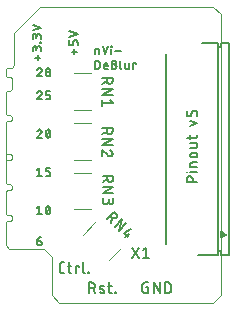
<source format=gto>
G04 EAGLE Gerber X2 export*
%TF.Part,Single*%
%TF.FileFunction,Other,silk top*%
%TF.FilePolarity,Positive*%
%TF.GenerationSoftware,Autodesk,EAGLE,9.6.2*%
%TF.CreationDate,2022-04-17T11:55:35Z*%
G75*
%MOMM*%
%FSLAX34Y34*%
%LPD*%
%INsilk top*%
%AMOC8*
5,1,8,0,0,1.08239X$1,22.5*%
G01*
%ADD10C,0.000000*%
%ADD11C,0.127000*%
%ADD12C,0.152400*%
%ADD13C,0.101600*%
%ADD14C,0.203200*%

G36*
X182625Y-30006D02*
X182625Y-30006D01*
X182633Y-30007D01*
X182684Y-29991D01*
X182891Y-29937D01*
X182924Y-29917D01*
X182954Y-29908D01*
X186954Y-27908D01*
X187036Y-27851D01*
X187123Y-27802D01*
X187153Y-27771D01*
X187188Y-27747D01*
X187251Y-27669D01*
X187321Y-27598D01*
X187341Y-27560D01*
X187368Y-27527D01*
X187407Y-27435D01*
X187454Y-27347D01*
X187463Y-27305D01*
X187480Y-27265D01*
X187492Y-27166D01*
X187513Y-27069D01*
X187510Y-27026D01*
X187515Y-26983D01*
X187500Y-26885D01*
X187492Y-26785D01*
X187477Y-26745D01*
X187471Y-26702D01*
X187428Y-26612D01*
X187394Y-26519D01*
X187368Y-26484D01*
X187350Y-26445D01*
X187284Y-26370D01*
X187225Y-26290D01*
X187194Y-26267D01*
X187163Y-26231D01*
X187030Y-26146D01*
X187023Y-26139D01*
X187009Y-26132D01*
X186954Y-26092D01*
X182954Y-24092D01*
X182946Y-24089D01*
X182939Y-24085D01*
X182811Y-24044D01*
X182684Y-24002D01*
X182676Y-24001D01*
X182668Y-23999D01*
X182533Y-23995D01*
X182400Y-23990D01*
X182392Y-23992D01*
X182384Y-23991D01*
X182254Y-24025D01*
X182124Y-24057D01*
X182117Y-24061D01*
X182109Y-24063D01*
X181994Y-24131D01*
X181877Y-24198D01*
X181872Y-24204D01*
X181864Y-24209D01*
X181772Y-24306D01*
X181680Y-24402D01*
X181676Y-24410D01*
X181670Y-24416D01*
X181609Y-24535D01*
X181546Y-24653D01*
X181544Y-24661D01*
X181540Y-24669D01*
X181532Y-24721D01*
X181487Y-24931D01*
X181490Y-24969D01*
X181485Y-25000D01*
X181485Y-29000D01*
X181486Y-29008D01*
X181485Y-29017D01*
X181506Y-29149D01*
X181525Y-29282D01*
X181528Y-29289D01*
X181529Y-29298D01*
X181586Y-29419D01*
X181641Y-29541D01*
X181646Y-29547D01*
X181650Y-29555D01*
X181738Y-29656D01*
X181825Y-29758D01*
X181832Y-29763D01*
X181837Y-29769D01*
X181950Y-29841D01*
X182061Y-29916D01*
X182069Y-29918D01*
X182076Y-29923D01*
X182205Y-29961D01*
X182332Y-30001D01*
X182341Y-30002D01*
X182349Y-30004D01*
X182483Y-30005D01*
X182616Y-30009D01*
X182625Y-30006D01*
G37*
D10*
X0Y-36000D02*
X3000Y-39000D01*
X32500Y-39000D01*
X39000Y-45500D01*
X39000Y-78000D01*
X45500Y-84500D01*
X175500Y-84500D01*
X182000Y-78000D01*
X182000Y159500D01*
X1000Y114500D02*
X0Y113500D01*
X0Y107500D01*
X0Y94000D02*
X0Y75000D01*
X1000Y74000D01*
X4000Y74000D01*
X5000Y73000D01*
X5000Y70000D02*
X4000Y69000D01*
X1000Y69000D01*
X0Y68000D01*
X5000Y70000D02*
X5000Y73000D01*
X0Y68000D02*
X0Y42500D01*
X1000Y41500D01*
X4000Y41500D01*
X5000Y40500D01*
X5000Y37500D02*
X4000Y36500D01*
X1000Y36500D01*
X0Y35500D01*
X5000Y37500D02*
X5000Y40500D01*
X0Y42000D02*
X0Y35500D01*
X0Y16500D02*
X1000Y15500D01*
X4000Y15500D01*
X5000Y14500D01*
X5000Y11500D02*
X4000Y10500D01*
X1000Y10500D01*
X0Y9500D01*
X5000Y11500D02*
X5000Y14500D01*
X0Y-16500D02*
X0Y-36000D01*
X0Y-9500D02*
X0Y9500D01*
X0Y16500D02*
X0Y35500D01*
X0Y-9500D02*
X1000Y-10500D01*
X4000Y-10500D02*
X5000Y-11500D01*
X4000Y-10500D02*
X1000Y-10500D01*
X5000Y-11500D02*
X5000Y-14500D01*
X4000Y-15500D01*
X1000Y-15500D01*
X0Y-16500D01*
X1000Y106500D02*
X0Y107500D01*
X1000Y106500D02*
X4000Y106500D01*
X5000Y105500D01*
X5000Y96000D01*
X4000Y95000D01*
X1000Y95000D01*
X0Y94000D01*
D11*
X26695Y-31935D02*
X28981Y-31935D01*
X29058Y-31937D01*
X29135Y-31943D01*
X29212Y-31953D01*
X29288Y-31966D01*
X29363Y-31984D01*
X29437Y-32005D01*
X29510Y-32030D01*
X29582Y-32059D01*
X29652Y-32091D01*
X29721Y-32126D01*
X29787Y-32166D01*
X29852Y-32208D01*
X29914Y-32254D01*
X29974Y-32303D01*
X30031Y-32354D01*
X30086Y-32409D01*
X30137Y-32466D01*
X30186Y-32526D01*
X30232Y-32588D01*
X30274Y-32653D01*
X30314Y-32719D01*
X30349Y-32788D01*
X30381Y-32858D01*
X30410Y-32930D01*
X30435Y-33003D01*
X30456Y-33077D01*
X30474Y-33152D01*
X30487Y-33228D01*
X30497Y-33305D01*
X30503Y-33382D01*
X30505Y-33459D01*
X30505Y-33840D01*
X30503Y-33925D01*
X30497Y-34011D01*
X30488Y-34096D01*
X30474Y-34180D01*
X30457Y-34264D01*
X30436Y-34347D01*
X30412Y-34429D01*
X30384Y-34509D01*
X30352Y-34589D01*
X30316Y-34667D01*
X30278Y-34743D01*
X30235Y-34817D01*
X30190Y-34889D01*
X30141Y-34960D01*
X30089Y-35028D01*
X30035Y-35093D01*
X29977Y-35156D01*
X29916Y-35217D01*
X29853Y-35275D01*
X29788Y-35329D01*
X29720Y-35381D01*
X29649Y-35430D01*
X29577Y-35475D01*
X29503Y-35518D01*
X29427Y-35556D01*
X29349Y-35592D01*
X29269Y-35624D01*
X29189Y-35652D01*
X29107Y-35676D01*
X29024Y-35697D01*
X28940Y-35714D01*
X28856Y-35728D01*
X28771Y-35737D01*
X28685Y-35743D01*
X28600Y-35745D01*
X28515Y-35743D01*
X28429Y-35737D01*
X28344Y-35728D01*
X28260Y-35714D01*
X28176Y-35697D01*
X28093Y-35676D01*
X28011Y-35652D01*
X27931Y-35624D01*
X27851Y-35592D01*
X27773Y-35556D01*
X27697Y-35518D01*
X27623Y-35475D01*
X27551Y-35430D01*
X27480Y-35381D01*
X27412Y-35329D01*
X27347Y-35275D01*
X27284Y-35217D01*
X27223Y-35156D01*
X27165Y-35093D01*
X27111Y-35028D01*
X27059Y-34960D01*
X27010Y-34889D01*
X26965Y-34817D01*
X26922Y-34743D01*
X26884Y-34667D01*
X26848Y-34589D01*
X26816Y-34509D01*
X26788Y-34429D01*
X26764Y-34347D01*
X26743Y-34264D01*
X26726Y-34180D01*
X26712Y-34096D01*
X26703Y-34011D01*
X26697Y-33925D01*
X26695Y-33840D01*
X26695Y-31935D01*
X26697Y-31826D01*
X26703Y-31718D01*
X26712Y-31609D01*
X26726Y-31501D01*
X26743Y-31394D01*
X26765Y-31287D01*
X26790Y-31181D01*
X26818Y-31076D01*
X26851Y-30972D01*
X26887Y-30870D01*
X26927Y-30769D01*
X26970Y-30669D01*
X27017Y-30571D01*
X27068Y-30474D01*
X27122Y-30380D01*
X27179Y-30287D01*
X27239Y-30197D01*
X27303Y-30108D01*
X27370Y-30022D01*
X27439Y-29939D01*
X27512Y-29858D01*
X27588Y-29780D01*
X27666Y-29704D01*
X27747Y-29631D01*
X27830Y-29562D01*
X27916Y-29495D01*
X28005Y-29431D01*
X28095Y-29371D01*
X28188Y-29314D01*
X28282Y-29260D01*
X28379Y-29209D01*
X28477Y-29162D01*
X28577Y-29119D01*
X28678Y-29079D01*
X28780Y-29043D01*
X28884Y-29010D01*
X28989Y-28982D01*
X29095Y-28957D01*
X29202Y-28935D01*
X29309Y-28918D01*
X29417Y-28904D01*
X29526Y-28895D01*
X29634Y-28889D01*
X29743Y-28887D01*
X26695Y-4411D02*
X28600Y-2887D01*
X28600Y-9745D01*
X26695Y-9745D02*
X30505Y-9745D01*
X34010Y-6316D02*
X34012Y-6174D01*
X34017Y-6031D01*
X34026Y-5889D01*
X34039Y-5747D01*
X34055Y-5606D01*
X34074Y-5465D01*
X34098Y-5324D01*
X34124Y-5184D01*
X34155Y-5045D01*
X34189Y-4907D01*
X34226Y-4769D01*
X34266Y-4633D01*
X34311Y-4497D01*
X34358Y-4363D01*
X34409Y-4230D01*
X34463Y-4098D01*
X34521Y-3968D01*
X34582Y-3839D01*
X34581Y-3840D02*
X34607Y-3771D01*
X34636Y-3705D01*
X34668Y-3639D01*
X34703Y-3576D01*
X34742Y-3514D01*
X34784Y-3454D01*
X34829Y-3397D01*
X34877Y-3342D01*
X34928Y-3290D01*
X34981Y-3240D01*
X35037Y-3194D01*
X35095Y-3150D01*
X35156Y-3109D01*
X35218Y-3071D01*
X35282Y-3037D01*
X35348Y-3006D01*
X35416Y-2978D01*
X35485Y-2954D01*
X35555Y-2934D01*
X35626Y-2917D01*
X35697Y-2904D01*
X35769Y-2895D01*
X35842Y-2889D01*
X35915Y-2887D01*
X35988Y-2889D01*
X36061Y-2895D01*
X36133Y-2904D01*
X36204Y-2917D01*
X36275Y-2934D01*
X36345Y-2954D01*
X36414Y-2978D01*
X36482Y-3006D01*
X36548Y-3037D01*
X36612Y-3071D01*
X36674Y-3109D01*
X36735Y-3150D01*
X36793Y-3194D01*
X36849Y-3240D01*
X36902Y-3290D01*
X36953Y-3342D01*
X37001Y-3397D01*
X37046Y-3454D01*
X37088Y-3514D01*
X37127Y-3576D01*
X37162Y-3639D01*
X37194Y-3705D01*
X37223Y-3771D01*
X37249Y-3840D01*
X37249Y-3839D02*
X37310Y-3968D01*
X37368Y-4098D01*
X37422Y-4230D01*
X37473Y-4363D01*
X37520Y-4497D01*
X37565Y-4633D01*
X37605Y-4769D01*
X37642Y-4907D01*
X37676Y-5045D01*
X37707Y-5184D01*
X37733Y-5324D01*
X37757Y-5465D01*
X37776Y-5606D01*
X37792Y-5747D01*
X37805Y-5889D01*
X37814Y-6031D01*
X37819Y-6174D01*
X37821Y-6316D01*
X34010Y-6316D02*
X34012Y-6458D01*
X34017Y-6601D01*
X34026Y-6743D01*
X34039Y-6885D01*
X34055Y-7026D01*
X34074Y-7167D01*
X34098Y-7308D01*
X34124Y-7448D01*
X34155Y-7587D01*
X34189Y-7725D01*
X34226Y-7863D01*
X34266Y-7999D01*
X34311Y-8135D01*
X34358Y-8269D01*
X34409Y-8402D01*
X34463Y-8534D01*
X34521Y-8664D01*
X34582Y-8793D01*
X34581Y-8792D02*
X34607Y-8861D01*
X34636Y-8927D01*
X34668Y-8993D01*
X34703Y-9056D01*
X34742Y-9118D01*
X34784Y-9178D01*
X34829Y-9235D01*
X34877Y-9290D01*
X34928Y-9342D01*
X34981Y-9392D01*
X35037Y-9438D01*
X35095Y-9482D01*
X35156Y-9523D01*
X35218Y-9561D01*
X35282Y-9595D01*
X35348Y-9626D01*
X35416Y-9654D01*
X35485Y-9678D01*
X35555Y-9698D01*
X35626Y-9715D01*
X35697Y-9728D01*
X35769Y-9737D01*
X35842Y-9743D01*
X35915Y-9745D01*
X37249Y-8793D02*
X37310Y-8664D01*
X37368Y-8534D01*
X37422Y-8402D01*
X37473Y-8269D01*
X37520Y-8135D01*
X37565Y-7999D01*
X37605Y-7863D01*
X37642Y-7725D01*
X37676Y-7587D01*
X37707Y-7448D01*
X37733Y-7308D01*
X37757Y-7167D01*
X37776Y-7026D01*
X37792Y-6885D01*
X37805Y-6743D01*
X37814Y-6601D01*
X37819Y-6458D01*
X37821Y-6316D01*
X37249Y-8792D02*
X37223Y-8861D01*
X37194Y-8927D01*
X37162Y-8993D01*
X37127Y-9056D01*
X37088Y-9118D01*
X37046Y-9178D01*
X37001Y-9235D01*
X36953Y-9290D01*
X36902Y-9342D01*
X36849Y-9392D01*
X36793Y-9438D01*
X36735Y-9482D01*
X36674Y-9523D01*
X36612Y-9561D01*
X36548Y-9595D01*
X36482Y-9626D01*
X36414Y-9654D01*
X36345Y-9678D01*
X36275Y-9698D01*
X36204Y-9715D01*
X36133Y-9728D01*
X36061Y-9737D01*
X35988Y-9743D01*
X35915Y-9745D01*
X34391Y-8221D02*
X37439Y-4411D01*
X26695Y28089D02*
X28600Y29613D01*
X28600Y22755D01*
X26695Y22755D02*
X30505Y22755D01*
X34010Y22755D02*
X36296Y22755D01*
X36373Y22757D01*
X36450Y22763D01*
X36527Y22773D01*
X36603Y22786D01*
X36678Y22804D01*
X36752Y22825D01*
X36825Y22850D01*
X36897Y22879D01*
X36967Y22911D01*
X37036Y22946D01*
X37102Y22986D01*
X37167Y23028D01*
X37229Y23074D01*
X37289Y23123D01*
X37346Y23174D01*
X37401Y23229D01*
X37452Y23286D01*
X37501Y23346D01*
X37547Y23408D01*
X37589Y23473D01*
X37629Y23539D01*
X37664Y23608D01*
X37696Y23678D01*
X37725Y23750D01*
X37750Y23823D01*
X37771Y23897D01*
X37789Y23972D01*
X37802Y24048D01*
X37812Y24125D01*
X37818Y24202D01*
X37820Y24279D01*
X37820Y25041D01*
X37818Y25118D01*
X37812Y25195D01*
X37802Y25272D01*
X37789Y25348D01*
X37771Y25423D01*
X37750Y25497D01*
X37725Y25570D01*
X37696Y25642D01*
X37664Y25712D01*
X37629Y25781D01*
X37589Y25847D01*
X37547Y25912D01*
X37501Y25974D01*
X37452Y26034D01*
X37401Y26091D01*
X37346Y26146D01*
X37289Y26197D01*
X37229Y26246D01*
X37167Y26292D01*
X37102Y26334D01*
X37036Y26374D01*
X36967Y26409D01*
X36897Y26441D01*
X36825Y26470D01*
X36752Y26495D01*
X36678Y26516D01*
X36603Y26534D01*
X36527Y26547D01*
X36450Y26557D01*
X36373Y26563D01*
X36296Y26565D01*
X34010Y26565D01*
X34010Y29613D01*
X37820Y29613D01*
X30506Y60399D02*
X30504Y60481D01*
X30498Y60562D01*
X30489Y60643D01*
X30475Y60724D01*
X30458Y60803D01*
X30437Y60882D01*
X30412Y60960D01*
X30383Y61036D01*
X30351Y61111D01*
X30315Y61185D01*
X30276Y61257D01*
X30234Y61326D01*
X30188Y61394D01*
X30139Y61459D01*
X30087Y61522D01*
X30032Y61582D01*
X29974Y61640D01*
X29914Y61695D01*
X29851Y61747D01*
X29786Y61796D01*
X29718Y61842D01*
X29649Y61884D01*
X29577Y61923D01*
X29503Y61959D01*
X29428Y61991D01*
X29352Y62020D01*
X29274Y62045D01*
X29195Y62066D01*
X29116Y62083D01*
X29035Y62097D01*
X28954Y62106D01*
X28873Y62112D01*
X28791Y62114D01*
X28791Y62113D02*
X28699Y62111D01*
X28607Y62105D01*
X28515Y62096D01*
X28423Y62082D01*
X28333Y62065D01*
X28243Y62044D01*
X28154Y62019D01*
X28066Y61990D01*
X27979Y61958D01*
X27894Y61922D01*
X27811Y61883D01*
X27729Y61840D01*
X27649Y61794D01*
X27571Y61744D01*
X27495Y61692D01*
X27422Y61636D01*
X27351Y61577D01*
X27282Y61515D01*
X27216Y61450D01*
X27153Y61383D01*
X27093Y61313D01*
X27035Y61241D01*
X26981Y61166D01*
X26930Y61089D01*
X26882Y61010D01*
X26838Y60929D01*
X26797Y60846D01*
X26759Y60762D01*
X26725Y60676D01*
X26695Y60589D01*
X29934Y59065D02*
X29993Y59124D01*
X30049Y59185D01*
X30102Y59248D01*
X30153Y59314D01*
X30200Y59382D01*
X30244Y59452D01*
X30285Y59524D01*
X30323Y59598D01*
X30357Y59673D01*
X30388Y59750D01*
X30415Y59828D01*
X30439Y59908D01*
X30460Y59988D01*
X30476Y60069D01*
X30489Y60151D01*
X30499Y60233D01*
X30504Y60316D01*
X30506Y60399D01*
X29934Y59065D02*
X26695Y55255D01*
X30505Y55255D01*
X34010Y58684D02*
X34012Y58826D01*
X34017Y58969D01*
X34026Y59111D01*
X34039Y59253D01*
X34055Y59394D01*
X34074Y59535D01*
X34098Y59676D01*
X34124Y59816D01*
X34155Y59955D01*
X34189Y60093D01*
X34226Y60231D01*
X34266Y60367D01*
X34311Y60503D01*
X34358Y60637D01*
X34409Y60770D01*
X34463Y60902D01*
X34521Y61032D01*
X34582Y61161D01*
X34581Y61160D02*
X34607Y61229D01*
X34636Y61295D01*
X34668Y61361D01*
X34703Y61424D01*
X34742Y61486D01*
X34784Y61546D01*
X34829Y61603D01*
X34877Y61658D01*
X34928Y61710D01*
X34981Y61760D01*
X35037Y61806D01*
X35095Y61850D01*
X35156Y61891D01*
X35218Y61929D01*
X35282Y61963D01*
X35348Y61994D01*
X35416Y62022D01*
X35485Y62046D01*
X35555Y62066D01*
X35626Y62083D01*
X35697Y62096D01*
X35769Y62105D01*
X35842Y62111D01*
X35915Y62113D01*
X35988Y62111D01*
X36061Y62105D01*
X36133Y62096D01*
X36204Y62083D01*
X36275Y62066D01*
X36345Y62046D01*
X36414Y62022D01*
X36482Y61994D01*
X36548Y61963D01*
X36612Y61929D01*
X36674Y61891D01*
X36735Y61850D01*
X36793Y61806D01*
X36849Y61760D01*
X36902Y61710D01*
X36953Y61658D01*
X37001Y61603D01*
X37046Y61546D01*
X37088Y61486D01*
X37127Y61424D01*
X37162Y61361D01*
X37194Y61295D01*
X37223Y61229D01*
X37249Y61160D01*
X37249Y61161D02*
X37310Y61032D01*
X37368Y60902D01*
X37422Y60770D01*
X37473Y60637D01*
X37520Y60503D01*
X37565Y60367D01*
X37605Y60231D01*
X37642Y60093D01*
X37676Y59955D01*
X37707Y59816D01*
X37733Y59676D01*
X37757Y59535D01*
X37776Y59394D01*
X37792Y59253D01*
X37805Y59111D01*
X37814Y58969D01*
X37819Y58826D01*
X37821Y58684D01*
X34010Y58684D02*
X34012Y58542D01*
X34017Y58399D01*
X34026Y58257D01*
X34039Y58115D01*
X34055Y57974D01*
X34074Y57833D01*
X34098Y57692D01*
X34124Y57552D01*
X34155Y57413D01*
X34189Y57275D01*
X34226Y57137D01*
X34266Y57001D01*
X34311Y56865D01*
X34358Y56731D01*
X34409Y56598D01*
X34463Y56466D01*
X34521Y56336D01*
X34582Y56207D01*
X34581Y56208D02*
X34607Y56139D01*
X34636Y56073D01*
X34668Y56007D01*
X34703Y55944D01*
X34742Y55882D01*
X34784Y55822D01*
X34829Y55765D01*
X34877Y55710D01*
X34928Y55658D01*
X34981Y55608D01*
X35037Y55562D01*
X35095Y55518D01*
X35156Y55477D01*
X35218Y55439D01*
X35282Y55405D01*
X35348Y55374D01*
X35416Y55346D01*
X35485Y55322D01*
X35555Y55302D01*
X35626Y55285D01*
X35697Y55272D01*
X35769Y55263D01*
X35842Y55257D01*
X35915Y55255D01*
X37249Y56207D02*
X37310Y56336D01*
X37368Y56466D01*
X37422Y56598D01*
X37473Y56731D01*
X37520Y56865D01*
X37565Y57001D01*
X37605Y57137D01*
X37642Y57275D01*
X37676Y57413D01*
X37707Y57552D01*
X37733Y57692D01*
X37757Y57833D01*
X37776Y57974D01*
X37792Y58115D01*
X37805Y58257D01*
X37814Y58399D01*
X37819Y58542D01*
X37821Y58684D01*
X37249Y56208D02*
X37223Y56139D01*
X37194Y56073D01*
X37162Y56007D01*
X37127Y55944D01*
X37088Y55882D01*
X37046Y55822D01*
X37001Y55765D01*
X36953Y55710D01*
X36902Y55658D01*
X36849Y55608D01*
X36793Y55562D01*
X36735Y55518D01*
X36674Y55477D01*
X36612Y55439D01*
X36548Y55405D01*
X36482Y55374D01*
X36414Y55346D01*
X36345Y55322D01*
X36275Y55302D01*
X36204Y55285D01*
X36133Y55272D01*
X36061Y55263D01*
X35988Y55257D01*
X35915Y55255D01*
X34391Y56779D02*
X37439Y60589D01*
X30506Y92899D02*
X30504Y92981D01*
X30498Y93062D01*
X30489Y93143D01*
X30475Y93224D01*
X30458Y93303D01*
X30437Y93382D01*
X30412Y93460D01*
X30383Y93536D01*
X30351Y93611D01*
X30315Y93685D01*
X30276Y93757D01*
X30234Y93826D01*
X30188Y93894D01*
X30139Y93959D01*
X30087Y94022D01*
X30032Y94082D01*
X29974Y94140D01*
X29914Y94195D01*
X29851Y94247D01*
X29786Y94296D01*
X29718Y94342D01*
X29649Y94384D01*
X29577Y94423D01*
X29503Y94459D01*
X29428Y94491D01*
X29352Y94520D01*
X29274Y94545D01*
X29195Y94566D01*
X29116Y94583D01*
X29035Y94597D01*
X28954Y94606D01*
X28873Y94612D01*
X28791Y94614D01*
X28791Y94613D02*
X28699Y94611D01*
X28607Y94605D01*
X28515Y94596D01*
X28423Y94582D01*
X28333Y94565D01*
X28243Y94544D01*
X28154Y94519D01*
X28066Y94490D01*
X27979Y94458D01*
X27894Y94422D01*
X27811Y94383D01*
X27729Y94340D01*
X27649Y94294D01*
X27571Y94244D01*
X27495Y94192D01*
X27422Y94136D01*
X27351Y94077D01*
X27282Y94015D01*
X27216Y93950D01*
X27153Y93883D01*
X27093Y93813D01*
X27035Y93741D01*
X26981Y93666D01*
X26930Y93589D01*
X26882Y93510D01*
X26838Y93429D01*
X26797Y93346D01*
X26759Y93262D01*
X26725Y93176D01*
X26695Y93089D01*
X29934Y91565D02*
X29993Y91624D01*
X30049Y91685D01*
X30102Y91748D01*
X30153Y91814D01*
X30200Y91882D01*
X30244Y91952D01*
X30285Y92024D01*
X30323Y92098D01*
X30357Y92173D01*
X30388Y92250D01*
X30415Y92328D01*
X30439Y92408D01*
X30460Y92488D01*
X30476Y92569D01*
X30489Y92651D01*
X30499Y92733D01*
X30504Y92816D01*
X30506Y92899D01*
X29934Y91565D02*
X26695Y87755D01*
X30505Y87755D01*
X34010Y87755D02*
X36296Y87755D01*
X36373Y87757D01*
X36450Y87763D01*
X36527Y87773D01*
X36603Y87786D01*
X36678Y87804D01*
X36752Y87825D01*
X36825Y87850D01*
X36897Y87879D01*
X36967Y87911D01*
X37036Y87946D01*
X37102Y87986D01*
X37167Y88028D01*
X37229Y88074D01*
X37289Y88123D01*
X37346Y88174D01*
X37401Y88229D01*
X37452Y88286D01*
X37501Y88346D01*
X37547Y88408D01*
X37589Y88473D01*
X37629Y88539D01*
X37664Y88608D01*
X37696Y88678D01*
X37725Y88750D01*
X37750Y88823D01*
X37771Y88897D01*
X37789Y88972D01*
X37802Y89048D01*
X37812Y89125D01*
X37818Y89202D01*
X37820Y89279D01*
X37820Y90041D01*
X37818Y90118D01*
X37812Y90195D01*
X37802Y90272D01*
X37789Y90348D01*
X37771Y90423D01*
X37750Y90497D01*
X37725Y90570D01*
X37696Y90642D01*
X37664Y90712D01*
X37629Y90781D01*
X37589Y90847D01*
X37547Y90912D01*
X37501Y90974D01*
X37452Y91034D01*
X37401Y91091D01*
X37346Y91146D01*
X37289Y91197D01*
X37229Y91246D01*
X37167Y91292D01*
X37102Y91334D01*
X37036Y91374D01*
X36967Y91409D01*
X36897Y91441D01*
X36825Y91470D01*
X36752Y91495D01*
X36678Y91516D01*
X36603Y91534D01*
X36527Y91547D01*
X36450Y91557D01*
X36373Y91563D01*
X36296Y91565D01*
X34010Y91565D01*
X34010Y94613D01*
X37820Y94613D01*
X30506Y112399D02*
X30504Y112481D01*
X30498Y112562D01*
X30489Y112643D01*
X30475Y112724D01*
X30458Y112803D01*
X30437Y112882D01*
X30412Y112960D01*
X30383Y113036D01*
X30351Y113111D01*
X30315Y113185D01*
X30276Y113257D01*
X30234Y113326D01*
X30188Y113394D01*
X30139Y113459D01*
X30087Y113522D01*
X30032Y113582D01*
X29974Y113640D01*
X29914Y113695D01*
X29851Y113747D01*
X29786Y113796D01*
X29718Y113842D01*
X29649Y113884D01*
X29577Y113923D01*
X29503Y113959D01*
X29428Y113991D01*
X29352Y114020D01*
X29274Y114045D01*
X29195Y114066D01*
X29116Y114083D01*
X29035Y114097D01*
X28954Y114106D01*
X28873Y114112D01*
X28791Y114114D01*
X28791Y114113D02*
X28699Y114111D01*
X28607Y114105D01*
X28515Y114096D01*
X28423Y114082D01*
X28333Y114065D01*
X28243Y114044D01*
X28154Y114019D01*
X28066Y113990D01*
X27979Y113958D01*
X27894Y113922D01*
X27811Y113883D01*
X27729Y113840D01*
X27649Y113794D01*
X27571Y113744D01*
X27495Y113692D01*
X27422Y113636D01*
X27351Y113577D01*
X27282Y113515D01*
X27216Y113450D01*
X27153Y113383D01*
X27093Y113313D01*
X27035Y113241D01*
X26981Y113166D01*
X26930Y113089D01*
X26882Y113010D01*
X26838Y112929D01*
X26797Y112846D01*
X26759Y112762D01*
X26725Y112676D01*
X26695Y112589D01*
X29934Y111065D02*
X29993Y111124D01*
X30049Y111185D01*
X30102Y111248D01*
X30153Y111314D01*
X30200Y111382D01*
X30244Y111452D01*
X30285Y111524D01*
X30323Y111598D01*
X30357Y111673D01*
X30388Y111750D01*
X30415Y111828D01*
X30439Y111908D01*
X30460Y111988D01*
X30476Y112069D01*
X30489Y112151D01*
X30499Y112233D01*
X30504Y112316D01*
X30506Y112399D01*
X29934Y111065D02*
X26695Y107255D01*
X30505Y107255D01*
X34010Y109160D02*
X34012Y109245D01*
X34018Y109331D01*
X34027Y109416D01*
X34041Y109500D01*
X34058Y109584D01*
X34079Y109667D01*
X34103Y109749D01*
X34131Y109829D01*
X34163Y109909D01*
X34199Y109987D01*
X34237Y110063D01*
X34280Y110137D01*
X34325Y110209D01*
X34374Y110280D01*
X34426Y110348D01*
X34480Y110413D01*
X34538Y110476D01*
X34599Y110537D01*
X34662Y110595D01*
X34727Y110649D01*
X34795Y110701D01*
X34866Y110750D01*
X34938Y110795D01*
X35012Y110838D01*
X35088Y110876D01*
X35166Y110912D01*
X35246Y110944D01*
X35326Y110972D01*
X35408Y110996D01*
X35491Y111017D01*
X35575Y111034D01*
X35659Y111048D01*
X35744Y111057D01*
X35830Y111063D01*
X35915Y111065D01*
X36000Y111063D01*
X36086Y111057D01*
X36171Y111048D01*
X36255Y111034D01*
X36339Y111017D01*
X36422Y110996D01*
X36504Y110972D01*
X36584Y110944D01*
X36664Y110912D01*
X36742Y110876D01*
X36818Y110838D01*
X36892Y110795D01*
X36964Y110750D01*
X37035Y110701D01*
X37103Y110649D01*
X37168Y110595D01*
X37231Y110537D01*
X37292Y110476D01*
X37350Y110413D01*
X37404Y110348D01*
X37456Y110280D01*
X37505Y110209D01*
X37550Y110137D01*
X37593Y110063D01*
X37631Y109987D01*
X37667Y109909D01*
X37699Y109829D01*
X37727Y109749D01*
X37751Y109667D01*
X37772Y109584D01*
X37789Y109500D01*
X37803Y109416D01*
X37812Y109331D01*
X37818Y109245D01*
X37820Y109160D01*
X37818Y109075D01*
X37812Y108989D01*
X37803Y108904D01*
X37789Y108820D01*
X37772Y108736D01*
X37751Y108653D01*
X37727Y108571D01*
X37699Y108491D01*
X37667Y108411D01*
X37631Y108333D01*
X37593Y108257D01*
X37550Y108183D01*
X37505Y108111D01*
X37456Y108040D01*
X37404Y107972D01*
X37350Y107907D01*
X37292Y107844D01*
X37231Y107783D01*
X37168Y107725D01*
X37103Y107671D01*
X37035Y107619D01*
X36964Y107570D01*
X36892Y107525D01*
X36818Y107482D01*
X36742Y107444D01*
X36664Y107408D01*
X36584Y107376D01*
X36504Y107348D01*
X36422Y107324D01*
X36339Y107303D01*
X36255Y107286D01*
X36171Y107272D01*
X36086Y107263D01*
X36000Y107257D01*
X35915Y107255D01*
X35830Y107257D01*
X35744Y107263D01*
X35659Y107272D01*
X35575Y107286D01*
X35491Y107303D01*
X35408Y107324D01*
X35326Y107348D01*
X35246Y107376D01*
X35166Y107408D01*
X35088Y107444D01*
X35012Y107482D01*
X34938Y107525D01*
X34866Y107570D01*
X34795Y107619D01*
X34727Y107671D01*
X34662Y107725D01*
X34599Y107783D01*
X34538Y107844D01*
X34480Y107907D01*
X34426Y107972D01*
X34374Y108040D01*
X34325Y108111D01*
X34280Y108183D01*
X34237Y108257D01*
X34199Y108333D01*
X34163Y108411D01*
X34131Y108491D01*
X34103Y108571D01*
X34079Y108653D01*
X34058Y108736D01*
X34041Y108820D01*
X34027Y108904D01*
X34018Y108989D01*
X34012Y109075D01*
X34010Y109160D01*
X34391Y112589D02*
X34393Y112666D01*
X34399Y112743D01*
X34409Y112820D01*
X34422Y112896D01*
X34440Y112971D01*
X34461Y113045D01*
X34486Y113118D01*
X34515Y113190D01*
X34547Y113260D01*
X34582Y113329D01*
X34622Y113395D01*
X34664Y113460D01*
X34710Y113522D01*
X34759Y113582D01*
X34810Y113639D01*
X34865Y113694D01*
X34922Y113745D01*
X34982Y113794D01*
X35044Y113840D01*
X35109Y113882D01*
X35175Y113922D01*
X35244Y113957D01*
X35314Y113989D01*
X35386Y114018D01*
X35459Y114043D01*
X35533Y114064D01*
X35608Y114082D01*
X35684Y114095D01*
X35761Y114105D01*
X35838Y114111D01*
X35915Y114113D01*
X35992Y114111D01*
X36069Y114105D01*
X36146Y114095D01*
X36222Y114082D01*
X36297Y114064D01*
X36371Y114043D01*
X36444Y114018D01*
X36516Y113989D01*
X36586Y113957D01*
X36655Y113922D01*
X36721Y113882D01*
X36786Y113840D01*
X36848Y113794D01*
X36908Y113745D01*
X36965Y113694D01*
X37020Y113639D01*
X37071Y113582D01*
X37120Y113522D01*
X37166Y113460D01*
X37208Y113395D01*
X37248Y113329D01*
X37283Y113260D01*
X37315Y113190D01*
X37344Y113118D01*
X37369Y113045D01*
X37390Y112971D01*
X37408Y112896D01*
X37421Y112820D01*
X37431Y112743D01*
X37437Y112666D01*
X37439Y112589D01*
X37437Y112512D01*
X37431Y112435D01*
X37421Y112358D01*
X37408Y112282D01*
X37390Y112207D01*
X37369Y112133D01*
X37344Y112060D01*
X37315Y111988D01*
X37283Y111918D01*
X37248Y111849D01*
X37208Y111783D01*
X37166Y111718D01*
X37120Y111656D01*
X37071Y111596D01*
X37020Y111539D01*
X36965Y111484D01*
X36908Y111433D01*
X36848Y111384D01*
X36786Y111338D01*
X36721Y111296D01*
X36655Y111256D01*
X36586Y111221D01*
X36516Y111189D01*
X36444Y111160D01*
X36371Y111135D01*
X36297Y111114D01*
X36222Y111096D01*
X36146Y111083D01*
X36069Y111073D01*
X35992Y111067D01*
X35915Y111065D01*
X35838Y111067D01*
X35761Y111073D01*
X35684Y111083D01*
X35608Y111096D01*
X35533Y111114D01*
X35459Y111135D01*
X35386Y111160D01*
X35314Y111189D01*
X35244Y111221D01*
X35175Y111256D01*
X35109Y111296D01*
X35044Y111338D01*
X34982Y111384D01*
X34922Y111433D01*
X34865Y111484D01*
X34810Y111539D01*
X34759Y111596D01*
X34710Y111656D01*
X34664Y111718D01*
X34622Y111783D01*
X34582Y111849D01*
X34547Y111918D01*
X34515Y111988D01*
X34486Y112060D01*
X34461Y112133D01*
X34440Y112207D01*
X34422Y112282D01*
X34409Y112358D01*
X34399Y112435D01*
X34393Y112512D01*
X34391Y112589D01*
D12*
X47741Y-59118D02*
X49660Y-59118D01*
X47741Y-59118D02*
X47655Y-59116D01*
X47569Y-59110D01*
X47483Y-59101D01*
X47398Y-59087D01*
X47314Y-59070D01*
X47230Y-59049D01*
X47148Y-59024D01*
X47067Y-58996D01*
X46987Y-58964D01*
X46908Y-58928D01*
X46832Y-58889D01*
X46757Y-58846D01*
X46684Y-58801D01*
X46613Y-58752D01*
X46545Y-58699D01*
X46478Y-58644D01*
X46415Y-58586D01*
X46354Y-58525D01*
X46296Y-58462D01*
X46241Y-58395D01*
X46189Y-58327D01*
X46139Y-58256D01*
X46094Y-58183D01*
X46051Y-58108D01*
X46012Y-58032D01*
X45976Y-57953D01*
X45944Y-57873D01*
X45916Y-57792D01*
X45891Y-57710D01*
X45870Y-57626D01*
X45853Y-57542D01*
X45839Y-57457D01*
X45830Y-57371D01*
X45824Y-57285D01*
X45822Y-57199D01*
X45822Y-52401D01*
X45824Y-52315D01*
X45830Y-52229D01*
X45839Y-52143D01*
X45853Y-52058D01*
X45870Y-51974D01*
X45891Y-51890D01*
X45916Y-51808D01*
X45944Y-51727D01*
X45976Y-51647D01*
X46012Y-51568D01*
X46051Y-51492D01*
X46094Y-51417D01*
X46139Y-51344D01*
X46188Y-51273D01*
X46241Y-51205D01*
X46296Y-51138D01*
X46354Y-51075D01*
X46415Y-51014D01*
X46478Y-50956D01*
X46545Y-50901D01*
X46613Y-50849D01*
X46684Y-50799D01*
X46757Y-50754D01*
X46832Y-50711D01*
X46908Y-50672D01*
X46987Y-50636D01*
X47067Y-50604D01*
X47148Y-50576D01*
X47230Y-50551D01*
X47314Y-50530D01*
X47398Y-50513D01*
X47483Y-50499D01*
X47569Y-50490D01*
X47655Y-50484D01*
X47741Y-50482D01*
X49660Y-50482D01*
X52505Y-53361D02*
X55383Y-53361D01*
X53464Y-50482D02*
X53464Y-57679D01*
X53465Y-57679D02*
X53467Y-57752D01*
X53472Y-57825D01*
X53482Y-57897D01*
X53494Y-57969D01*
X53511Y-58040D01*
X53531Y-58110D01*
X53555Y-58179D01*
X53582Y-58246D01*
X53612Y-58313D01*
X53646Y-58377D01*
X53683Y-58440D01*
X53723Y-58501D01*
X53766Y-58560D01*
X53812Y-58616D01*
X53861Y-58670D01*
X53913Y-58722D01*
X53967Y-58771D01*
X54023Y-58817D01*
X54082Y-58860D01*
X54143Y-58900D01*
X54206Y-58937D01*
X54270Y-58971D01*
X54337Y-59001D01*
X54404Y-59028D01*
X54473Y-59052D01*
X54543Y-59072D01*
X54614Y-59089D01*
X54686Y-59101D01*
X54758Y-59111D01*
X54831Y-59116D01*
X54904Y-59118D01*
X55383Y-59118D01*
X59523Y-59118D02*
X59523Y-53361D01*
X62401Y-53361D01*
X62401Y-54320D01*
X65581Y-57679D02*
X65581Y-50482D01*
X65581Y-57679D02*
X65583Y-57754D01*
X65589Y-57829D01*
X65599Y-57904D01*
X65612Y-57978D01*
X65630Y-58051D01*
X65651Y-58124D01*
X65677Y-58195D01*
X65705Y-58264D01*
X65738Y-58332D01*
X65774Y-58399D01*
X65813Y-58463D01*
X65856Y-58525D01*
X65902Y-58585D01*
X65951Y-58642D01*
X66002Y-58697D01*
X66057Y-58748D01*
X66114Y-58797D01*
X66174Y-58843D01*
X66236Y-58886D01*
X66301Y-58925D01*
X66367Y-58961D01*
X66435Y-58994D01*
X66504Y-59022D01*
X66575Y-59048D01*
X66648Y-59069D01*
X66721Y-59087D01*
X66795Y-59100D01*
X66870Y-59110D01*
X66945Y-59116D01*
X67020Y-59118D01*
X69965Y-59118D02*
X69965Y-58638D01*
X70444Y-58638D01*
X70444Y-59118D01*
X69965Y-59118D01*
X70822Y-67482D02*
X70822Y-76118D01*
X70822Y-67482D02*
X73221Y-67482D01*
X73318Y-67484D01*
X73414Y-67490D01*
X73510Y-67499D01*
X73606Y-67513D01*
X73701Y-67530D01*
X73795Y-67552D01*
X73888Y-67577D01*
X73981Y-67605D01*
X74072Y-67638D01*
X74161Y-67674D01*
X74249Y-67714D01*
X74336Y-67757D01*
X74421Y-67803D01*
X74503Y-67853D01*
X74584Y-67907D01*
X74662Y-67963D01*
X74738Y-68023D01*
X74812Y-68085D01*
X74883Y-68151D01*
X74951Y-68219D01*
X75017Y-68290D01*
X75079Y-68364D01*
X75139Y-68440D01*
X75195Y-68518D01*
X75249Y-68599D01*
X75299Y-68682D01*
X75345Y-68766D01*
X75388Y-68853D01*
X75428Y-68941D01*
X75464Y-69030D01*
X75497Y-69121D01*
X75525Y-69214D01*
X75550Y-69307D01*
X75572Y-69401D01*
X75589Y-69496D01*
X75603Y-69592D01*
X75612Y-69688D01*
X75618Y-69784D01*
X75620Y-69881D01*
X75618Y-69978D01*
X75612Y-70074D01*
X75603Y-70170D01*
X75589Y-70266D01*
X75572Y-70361D01*
X75550Y-70455D01*
X75525Y-70548D01*
X75497Y-70641D01*
X75464Y-70732D01*
X75428Y-70821D01*
X75388Y-70909D01*
X75345Y-70996D01*
X75299Y-71081D01*
X75249Y-71163D01*
X75195Y-71244D01*
X75139Y-71322D01*
X75079Y-71398D01*
X75017Y-71472D01*
X74951Y-71543D01*
X74883Y-71611D01*
X74812Y-71677D01*
X74738Y-71739D01*
X74662Y-71799D01*
X74584Y-71855D01*
X74503Y-71909D01*
X74421Y-71959D01*
X74336Y-72005D01*
X74249Y-72048D01*
X74161Y-72088D01*
X74072Y-72124D01*
X73981Y-72157D01*
X73888Y-72185D01*
X73795Y-72210D01*
X73701Y-72232D01*
X73606Y-72249D01*
X73510Y-72263D01*
X73414Y-72272D01*
X73318Y-72278D01*
X73221Y-72280D01*
X70822Y-72280D01*
X73701Y-72280D02*
X75620Y-76118D01*
X80471Y-72760D02*
X82870Y-73719D01*
X80471Y-72760D02*
X80408Y-72733D01*
X80346Y-72702D01*
X80286Y-72667D01*
X80228Y-72630D01*
X80172Y-72589D01*
X80119Y-72546D01*
X80068Y-72499D01*
X80020Y-72450D01*
X79974Y-72398D01*
X79932Y-72343D01*
X79892Y-72286D01*
X79856Y-72228D01*
X79823Y-72167D01*
X79794Y-72104D01*
X79768Y-72041D01*
X79745Y-71975D01*
X79727Y-71909D01*
X79712Y-71841D01*
X79700Y-71773D01*
X79693Y-71705D01*
X79689Y-71636D01*
X79690Y-71567D01*
X79694Y-71498D01*
X79702Y-71429D01*
X79713Y-71361D01*
X79729Y-71294D01*
X79748Y-71227D01*
X79770Y-71162D01*
X79797Y-71098D01*
X79827Y-71036D01*
X79860Y-70976D01*
X79897Y-70917D01*
X79936Y-70861D01*
X79979Y-70806D01*
X80025Y-70755D01*
X80073Y-70706D01*
X80125Y-70659D01*
X80178Y-70616D01*
X80234Y-70576D01*
X80293Y-70539D01*
X80353Y-70505D01*
X80415Y-70474D01*
X80478Y-70447D01*
X80543Y-70424D01*
X80609Y-70404D01*
X80676Y-70388D01*
X80744Y-70375D01*
X80813Y-70367D01*
X80882Y-70362D01*
X80951Y-70361D01*
X81090Y-70364D01*
X81229Y-70372D01*
X81368Y-70383D01*
X81506Y-70397D01*
X81644Y-70415D01*
X81782Y-70436D01*
X81919Y-70461D01*
X82055Y-70490D01*
X82191Y-70522D01*
X82325Y-70557D01*
X82459Y-70596D01*
X82592Y-70638D01*
X82723Y-70684D01*
X82853Y-70733D01*
X82982Y-70785D01*
X83110Y-70840D01*
X82870Y-73719D02*
X82933Y-73746D01*
X82995Y-73777D01*
X83055Y-73812D01*
X83113Y-73849D01*
X83169Y-73890D01*
X83222Y-73933D01*
X83273Y-73980D01*
X83321Y-74029D01*
X83367Y-74081D01*
X83409Y-74136D01*
X83449Y-74193D01*
X83485Y-74251D01*
X83518Y-74312D01*
X83547Y-74374D01*
X83573Y-74438D01*
X83596Y-74504D01*
X83614Y-74570D01*
X83629Y-74638D01*
X83641Y-74706D01*
X83648Y-74774D01*
X83652Y-74843D01*
X83651Y-74912D01*
X83647Y-74981D01*
X83639Y-75050D01*
X83628Y-75118D01*
X83612Y-75185D01*
X83593Y-75252D01*
X83571Y-75317D01*
X83544Y-75381D01*
X83514Y-75443D01*
X83481Y-75503D01*
X83444Y-75562D01*
X83405Y-75618D01*
X83362Y-75673D01*
X83316Y-75724D01*
X83268Y-75773D01*
X83216Y-75820D01*
X83163Y-75863D01*
X83107Y-75903D01*
X83048Y-75940D01*
X82988Y-75974D01*
X82926Y-76005D01*
X82863Y-76032D01*
X82798Y-76055D01*
X82732Y-76075D01*
X82665Y-76091D01*
X82597Y-76104D01*
X82528Y-76112D01*
X82459Y-76117D01*
X82390Y-76118D01*
X82391Y-76118D02*
X82198Y-76113D01*
X82006Y-76104D01*
X81814Y-76089D01*
X81623Y-76071D01*
X81432Y-76048D01*
X81241Y-76020D01*
X81051Y-75988D01*
X80862Y-75951D01*
X80674Y-75910D01*
X80487Y-75864D01*
X80302Y-75814D01*
X80117Y-75760D01*
X79934Y-75701D01*
X79752Y-75638D01*
X86831Y-70361D02*
X89709Y-70361D01*
X87790Y-67482D02*
X87790Y-74679D01*
X87792Y-74752D01*
X87797Y-74825D01*
X87807Y-74897D01*
X87819Y-74969D01*
X87836Y-75040D01*
X87856Y-75110D01*
X87880Y-75179D01*
X87907Y-75246D01*
X87937Y-75313D01*
X87971Y-75377D01*
X88008Y-75440D01*
X88048Y-75501D01*
X88091Y-75560D01*
X88137Y-75616D01*
X88186Y-75670D01*
X88238Y-75722D01*
X88292Y-75771D01*
X88348Y-75817D01*
X88407Y-75860D01*
X88468Y-75900D01*
X88531Y-75937D01*
X88595Y-75971D01*
X88662Y-76001D01*
X88729Y-76028D01*
X88798Y-76052D01*
X88868Y-76072D01*
X88939Y-76089D01*
X89011Y-76101D01*
X89083Y-76111D01*
X89156Y-76116D01*
X89229Y-76118D01*
X89709Y-76118D01*
X93013Y-76118D02*
X93013Y-75638D01*
X93493Y-75638D01*
X93493Y-76118D01*
X93013Y-76118D01*
X153482Y17822D02*
X162118Y17822D01*
X153482Y17822D02*
X153482Y20221D01*
X153484Y20318D01*
X153490Y20414D01*
X153499Y20510D01*
X153513Y20606D01*
X153530Y20701D01*
X153552Y20795D01*
X153577Y20888D01*
X153605Y20981D01*
X153638Y21072D01*
X153674Y21161D01*
X153714Y21249D01*
X153757Y21336D01*
X153803Y21421D01*
X153853Y21503D01*
X153907Y21584D01*
X153963Y21662D01*
X154023Y21738D01*
X154085Y21812D01*
X154151Y21883D01*
X154219Y21951D01*
X154290Y22017D01*
X154364Y22079D01*
X154440Y22139D01*
X154518Y22195D01*
X154599Y22249D01*
X154682Y22299D01*
X154766Y22345D01*
X154853Y22388D01*
X154941Y22428D01*
X155030Y22464D01*
X155121Y22497D01*
X155214Y22525D01*
X155307Y22550D01*
X155401Y22572D01*
X155496Y22589D01*
X155592Y22603D01*
X155688Y22612D01*
X155784Y22618D01*
X155881Y22620D01*
X155978Y22618D01*
X156074Y22612D01*
X156170Y22603D01*
X156266Y22589D01*
X156361Y22572D01*
X156455Y22550D01*
X156548Y22525D01*
X156641Y22497D01*
X156732Y22464D01*
X156821Y22428D01*
X156909Y22388D01*
X156996Y22345D01*
X157081Y22299D01*
X157163Y22249D01*
X157244Y22195D01*
X157322Y22139D01*
X157398Y22079D01*
X157472Y22017D01*
X157543Y21951D01*
X157611Y21883D01*
X157677Y21812D01*
X157739Y21738D01*
X157799Y21662D01*
X157855Y21584D01*
X157909Y21503D01*
X157959Y21421D01*
X158005Y21336D01*
X158048Y21249D01*
X158088Y21161D01*
X158124Y21072D01*
X158157Y20981D01*
X158185Y20888D01*
X158210Y20795D01*
X158232Y20701D01*
X158249Y20606D01*
X158263Y20510D01*
X158272Y20414D01*
X158278Y20318D01*
X158280Y20221D01*
X158280Y17822D01*
X156361Y26122D02*
X162118Y26122D01*
X153962Y25882D02*
X153482Y25882D01*
X153482Y26362D01*
X153962Y26362D01*
X153962Y25882D01*
X156361Y30299D02*
X162118Y30299D01*
X156361Y30299D02*
X156361Y32698D01*
X156363Y32773D01*
X156369Y32848D01*
X156379Y32923D01*
X156392Y32997D01*
X156410Y33070D01*
X156431Y33143D01*
X156457Y33214D01*
X156485Y33283D01*
X156518Y33351D01*
X156554Y33417D01*
X156593Y33482D01*
X156636Y33544D01*
X156682Y33604D01*
X156731Y33661D01*
X156782Y33716D01*
X156837Y33767D01*
X156894Y33816D01*
X156954Y33862D01*
X157016Y33905D01*
X157080Y33944D01*
X157147Y33980D01*
X157215Y34013D01*
X157284Y34041D01*
X157355Y34067D01*
X157428Y34088D01*
X157501Y34106D01*
X157575Y34119D01*
X157650Y34129D01*
X157725Y34135D01*
X157800Y34137D01*
X162118Y34137D01*
X160199Y38529D02*
X158280Y38529D01*
X158194Y38531D01*
X158108Y38537D01*
X158022Y38546D01*
X157937Y38560D01*
X157853Y38577D01*
X157769Y38598D01*
X157687Y38623D01*
X157606Y38651D01*
X157526Y38683D01*
X157447Y38719D01*
X157371Y38758D01*
X157296Y38801D01*
X157223Y38846D01*
X157152Y38895D01*
X157084Y38948D01*
X157017Y39003D01*
X156954Y39061D01*
X156893Y39122D01*
X156835Y39185D01*
X156780Y39252D01*
X156727Y39320D01*
X156678Y39391D01*
X156633Y39464D01*
X156590Y39539D01*
X156551Y39615D01*
X156515Y39694D01*
X156483Y39774D01*
X156455Y39855D01*
X156430Y39937D01*
X156409Y40021D01*
X156392Y40105D01*
X156378Y40190D01*
X156369Y40276D01*
X156363Y40362D01*
X156361Y40448D01*
X156363Y40534D01*
X156369Y40620D01*
X156378Y40706D01*
X156392Y40791D01*
X156409Y40875D01*
X156430Y40959D01*
X156455Y41041D01*
X156483Y41122D01*
X156515Y41202D01*
X156551Y41281D01*
X156590Y41357D01*
X156633Y41432D01*
X156678Y41505D01*
X156727Y41576D01*
X156780Y41644D01*
X156835Y41711D01*
X156893Y41774D01*
X156954Y41835D01*
X157017Y41893D01*
X157084Y41948D01*
X157152Y42001D01*
X157223Y42050D01*
X157296Y42095D01*
X157371Y42138D01*
X157447Y42177D01*
X157526Y42213D01*
X157606Y42245D01*
X157687Y42273D01*
X157769Y42298D01*
X157853Y42319D01*
X157937Y42336D01*
X158022Y42350D01*
X158108Y42359D01*
X158194Y42365D01*
X158280Y42367D01*
X160199Y42367D01*
X160285Y42365D01*
X160371Y42359D01*
X160457Y42350D01*
X160542Y42336D01*
X160626Y42319D01*
X160710Y42298D01*
X160792Y42273D01*
X160873Y42245D01*
X160953Y42213D01*
X161032Y42177D01*
X161108Y42138D01*
X161183Y42095D01*
X161256Y42050D01*
X161327Y42001D01*
X161395Y41948D01*
X161462Y41893D01*
X161525Y41835D01*
X161586Y41774D01*
X161644Y41711D01*
X161699Y41644D01*
X161752Y41576D01*
X161801Y41505D01*
X161846Y41432D01*
X161889Y41357D01*
X161928Y41281D01*
X161964Y41202D01*
X161996Y41122D01*
X162024Y41041D01*
X162049Y40959D01*
X162070Y40875D01*
X162087Y40791D01*
X162101Y40706D01*
X162110Y40620D01*
X162116Y40534D01*
X162118Y40448D01*
X162116Y40362D01*
X162110Y40276D01*
X162101Y40190D01*
X162087Y40105D01*
X162070Y40021D01*
X162049Y39937D01*
X162024Y39855D01*
X161996Y39774D01*
X161964Y39694D01*
X161928Y39615D01*
X161889Y39539D01*
X161846Y39464D01*
X161801Y39391D01*
X161752Y39320D01*
X161699Y39252D01*
X161644Y39185D01*
X161586Y39122D01*
X161525Y39061D01*
X161462Y39003D01*
X161395Y38948D01*
X161327Y38895D01*
X161256Y38846D01*
X161183Y38801D01*
X161108Y38758D01*
X161032Y38719D01*
X160953Y38683D01*
X160873Y38651D01*
X160792Y38623D01*
X160710Y38598D01*
X160626Y38577D01*
X160542Y38560D01*
X160457Y38546D01*
X160371Y38537D01*
X160285Y38531D01*
X160199Y38529D01*
X160679Y46758D02*
X156361Y46758D01*
X160679Y46758D02*
X160754Y46760D01*
X160829Y46766D01*
X160904Y46776D01*
X160978Y46789D01*
X161051Y46807D01*
X161124Y46828D01*
X161195Y46854D01*
X161264Y46882D01*
X161332Y46915D01*
X161399Y46951D01*
X161463Y46990D01*
X161525Y47033D01*
X161585Y47079D01*
X161642Y47128D01*
X161697Y47179D01*
X161748Y47234D01*
X161797Y47291D01*
X161843Y47351D01*
X161886Y47413D01*
X161925Y47478D01*
X161961Y47544D01*
X161994Y47612D01*
X162022Y47681D01*
X162048Y47752D01*
X162069Y47825D01*
X162087Y47898D01*
X162100Y47972D01*
X162110Y48047D01*
X162116Y48122D01*
X162118Y48197D01*
X162118Y50596D01*
X156361Y50596D01*
X156361Y54142D02*
X156361Y57021D01*
X153482Y55102D02*
X160679Y55102D01*
X160752Y55104D01*
X160825Y55109D01*
X160897Y55119D01*
X160969Y55131D01*
X161040Y55148D01*
X161110Y55168D01*
X161179Y55192D01*
X161246Y55219D01*
X161313Y55249D01*
X161377Y55283D01*
X161440Y55320D01*
X161501Y55360D01*
X161560Y55403D01*
X161616Y55449D01*
X161670Y55498D01*
X161722Y55550D01*
X161771Y55604D01*
X161817Y55660D01*
X161860Y55719D01*
X161900Y55780D01*
X161937Y55843D01*
X161971Y55907D01*
X162001Y55974D01*
X162028Y56041D01*
X162052Y56110D01*
X162072Y56180D01*
X162089Y56251D01*
X162101Y56323D01*
X162111Y56395D01*
X162116Y56468D01*
X162118Y56541D01*
X162118Y57021D01*
X156361Y65351D02*
X162118Y67270D01*
X156361Y69189D01*
X162118Y73101D02*
X162118Y75979D01*
X162116Y76065D01*
X162110Y76151D01*
X162101Y76237D01*
X162087Y76322D01*
X162070Y76406D01*
X162049Y76490D01*
X162024Y76572D01*
X161996Y76653D01*
X161964Y76733D01*
X161928Y76812D01*
X161889Y76888D01*
X161846Y76963D01*
X161801Y77036D01*
X161752Y77107D01*
X161699Y77175D01*
X161644Y77242D01*
X161586Y77305D01*
X161525Y77366D01*
X161462Y77424D01*
X161395Y77479D01*
X161327Y77532D01*
X161256Y77581D01*
X161183Y77626D01*
X161108Y77669D01*
X161032Y77708D01*
X160953Y77744D01*
X160873Y77776D01*
X160792Y77804D01*
X160710Y77829D01*
X160626Y77850D01*
X160542Y77867D01*
X160457Y77881D01*
X160371Y77890D01*
X160285Y77896D01*
X160199Y77898D01*
X159239Y77898D01*
X159153Y77896D01*
X159067Y77890D01*
X158981Y77881D01*
X158896Y77867D01*
X158812Y77850D01*
X158728Y77829D01*
X158646Y77804D01*
X158565Y77776D01*
X158485Y77744D01*
X158406Y77708D01*
X158330Y77669D01*
X158255Y77626D01*
X158182Y77581D01*
X158111Y77532D01*
X158043Y77479D01*
X157976Y77424D01*
X157913Y77366D01*
X157852Y77305D01*
X157794Y77242D01*
X157739Y77175D01*
X157687Y77107D01*
X157637Y77036D01*
X157592Y76963D01*
X157549Y76888D01*
X157510Y76812D01*
X157474Y76733D01*
X157442Y76653D01*
X157414Y76572D01*
X157389Y76490D01*
X157368Y76406D01*
X157351Y76322D01*
X157337Y76237D01*
X157328Y76151D01*
X157322Y76065D01*
X157320Y75979D01*
X157320Y73101D01*
X153482Y73101D01*
X153482Y77898D01*
D10*
X5000Y114500D02*
X1000Y114500D01*
X5000Y114500D02*
X7500Y117000D01*
X7500Y144000D01*
X29500Y166000D01*
X175500Y166000D01*
X182000Y159500D01*
D12*
X120620Y-71320D02*
X119180Y-71320D01*
X120620Y-71320D02*
X120620Y-76118D01*
X117741Y-76118D01*
X117655Y-76116D01*
X117569Y-76110D01*
X117483Y-76101D01*
X117398Y-76087D01*
X117314Y-76070D01*
X117230Y-76049D01*
X117148Y-76024D01*
X117067Y-75996D01*
X116987Y-75964D01*
X116908Y-75928D01*
X116832Y-75889D01*
X116757Y-75846D01*
X116684Y-75801D01*
X116613Y-75752D01*
X116545Y-75699D01*
X116478Y-75644D01*
X116415Y-75586D01*
X116354Y-75525D01*
X116296Y-75462D01*
X116241Y-75395D01*
X116189Y-75327D01*
X116139Y-75256D01*
X116094Y-75183D01*
X116051Y-75108D01*
X116012Y-75032D01*
X115976Y-74953D01*
X115944Y-74873D01*
X115916Y-74792D01*
X115891Y-74710D01*
X115870Y-74626D01*
X115853Y-74542D01*
X115839Y-74457D01*
X115830Y-74371D01*
X115824Y-74285D01*
X115822Y-74199D01*
X115822Y-69401D01*
X115824Y-69315D01*
X115830Y-69229D01*
X115839Y-69143D01*
X115853Y-69058D01*
X115870Y-68974D01*
X115891Y-68890D01*
X115916Y-68808D01*
X115944Y-68727D01*
X115976Y-68647D01*
X116012Y-68568D01*
X116051Y-68492D01*
X116094Y-68417D01*
X116139Y-68344D01*
X116188Y-68273D01*
X116241Y-68205D01*
X116296Y-68138D01*
X116354Y-68075D01*
X116415Y-68014D01*
X116478Y-67956D01*
X116545Y-67901D01*
X116613Y-67849D01*
X116684Y-67799D01*
X116757Y-67754D01*
X116832Y-67711D01*
X116908Y-67672D01*
X116987Y-67636D01*
X117067Y-67604D01*
X117148Y-67576D01*
X117230Y-67551D01*
X117314Y-67530D01*
X117398Y-67513D01*
X117483Y-67499D01*
X117569Y-67490D01*
X117655Y-67484D01*
X117741Y-67482D01*
X120620Y-67482D01*
X125576Y-67482D02*
X125576Y-76118D01*
X130373Y-76118D02*
X125576Y-67482D01*
X130373Y-67482D02*
X130373Y-76118D01*
X135329Y-76118D02*
X135329Y-67482D01*
X137728Y-67482D01*
X137825Y-67484D01*
X137921Y-67490D01*
X138017Y-67499D01*
X138113Y-67513D01*
X138208Y-67530D01*
X138302Y-67552D01*
X138395Y-67577D01*
X138488Y-67605D01*
X138579Y-67638D01*
X138668Y-67674D01*
X138756Y-67714D01*
X138843Y-67757D01*
X138928Y-67803D01*
X139010Y-67853D01*
X139091Y-67907D01*
X139169Y-67963D01*
X139245Y-68023D01*
X139319Y-68085D01*
X139390Y-68151D01*
X139458Y-68219D01*
X139524Y-68290D01*
X139586Y-68364D01*
X139646Y-68440D01*
X139702Y-68518D01*
X139756Y-68599D01*
X139806Y-68682D01*
X139852Y-68766D01*
X139895Y-68853D01*
X139935Y-68941D01*
X139971Y-69030D01*
X140004Y-69121D01*
X140032Y-69214D01*
X140057Y-69307D01*
X140079Y-69401D01*
X140096Y-69496D01*
X140110Y-69592D01*
X140119Y-69688D01*
X140125Y-69784D01*
X140127Y-69881D01*
X140127Y-73719D01*
X140125Y-73816D01*
X140119Y-73912D01*
X140110Y-74008D01*
X140096Y-74104D01*
X140079Y-74199D01*
X140057Y-74293D01*
X140032Y-74386D01*
X140004Y-74479D01*
X139971Y-74570D01*
X139935Y-74659D01*
X139895Y-74747D01*
X139852Y-74834D01*
X139806Y-74919D01*
X139756Y-75001D01*
X139702Y-75082D01*
X139646Y-75160D01*
X139586Y-75236D01*
X139524Y-75310D01*
X139458Y-75381D01*
X139390Y-75449D01*
X139319Y-75515D01*
X139245Y-75577D01*
X139169Y-75637D01*
X139091Y-75693D01*
X139010Y-75747D01*
X138928Y-75797D01*
X138843Y-75843D01*
X138756Y-75886D01*
X138668Y-75926D01*
X138579Y-75962D01*
X138488Y-75995D01*
X138395Y-76023D01*
X138302Y-76048D01*
X138208Y-76070D01*
X138113Y-76087D01*
X138017Y-76101D01*
X137921Y-76110D01*
X137825Y-76116D01*
X137728Y-76118D01*
X135329Y-76118D01*
X90518Y105678D02*
X81882Y105678D01*
X90518Y105678D02*
X90518Y103279D01*
X90516Y103182D01*
X90510Y103086D01*
X90501Y102990D01*
X90487Y102894D01*
X90470Y102799D01*
X90448Y102705D01*
X90423Y102612D01*
X90395Y102519D01*
X90362Y102428D01*
X90326Y102339D01*
X90286Y102251D01*
X90243Y102164D01*
X90197Y102079D01*
X90147Y101997D01*
X90093Y101916D01*
X90037Y101838D01*
X89977Y101762D01*
X89915Y101688D01*
X89849Y101617D01*
X89781Y101549D01*
X89710Y101483D01*
X89636Y101421D01*
X89560Y101361D01*
X89482Y101305D01*
X89401Y101251D01*
X89318Y101201D01*
X89234Y101155D01*
X89147Y101112D01*
X89059Y101072D01*
X88970Y101036D01*
X88879Y101003D01*
X88786Y100975D01*
X88693Y100950D01*
X88599Y100928D01*
X88504Y100911D01*
X88408Y100897D01*
X88312Y100888D01*
X88216Y100882D01*
X88119Y100880D01*
X88022Y100882D01*
X87926Y100888D01*
X87830Y100897D01*
X87734Y100911D01*
X87639Y100928D01*
X87545Y100950D01*
X87452Y100975D01*
X87359Y101003D01*
X87268Y101036D01*
X87179Y101072D01*
X87091Y101112D01*
X87004Y101155D01*
X86919Y101201D01*
X86837Y101251D01*
X86756Y101305D01*
X86678Y101361D01*
X86602Y101421D01*
X86528Y101483D01*
X86457Y101549D01*
X86389Y101617D01*
X86323Y101688D01*
X86261Y101762D01*
X86201Y101838D01*
X86145Y101916D01*
X86091Y101997D01*
X86041Y102080D01*
X85995Y102164D01*
X85952Y102251D01*
X85912Y102339D01*
X85876Y102428D01*
X85843Y102519D01*
X85815Y102612D01*
X85790Y102705D01*
X85768Y102799D01*
X85751Y102894D01*
X85737Y102990D01*
X85728Y103086D01*
X85722Y103182D01*
X85720Y103279D01*
X85720Y105678D01*
X85720Y102799D02*
X81882Y100880D01*
X81882Y96314D02*
X90518Y96314D01*
X81882Y91516D01*
X90518Y91516D01*
X88599Y86865D02*
X90518Y84466D01*
X81882Y84466D01*
X81882Y86865D02*
X81882Y82067D01*
X81882Y63178D02*
X90518Y63178D01*
X90518Y60779D01*
X90516Y60682D01*
X90510Y60586D01*
X90501Y60490D01*
X90487Y60394D01*
X90470Y60299D01*
X90448Y60205D01*
X90423Y60112D01*
X90395Y60019D01*
X90362Y59928D01*
X90326Y59839D01*
X90286Y59751D01*
X90243Y59664D01*
X90197Y59579D01*
X90147Y59497D01*
X90093Y59416D01*
X90037Y59338D01*
X89977Y59262D01*
X89915Y59188D01*
X89849Y59117D01*
X89781Y59049D01*
X89710Y58983D01*
X89636Y58921D01*
X89560Y58861D01*
X89482Y58805D01*
X89401Y58751D01*
X89318Y58701D01*
X89234Y58655D01*
X89147Y58612D01*
X89059Y58572D01*
X88970Y58536D01*
X88879Y58503D01*
X88786Y58475D01*
X88693Y58450D01*
X88599Y58428D01*
X88504Y58411D01*
X88408Y58397D01*
X88312Y58388D01*
X88216Y58382D01*
X88119Y58380D01*
X88022Y58382D01*
X87926Y58388D01*
X87830Y58397D01*
X87734Y58411D01*
X87639Y58428D01*
X87545Y58450D01*
X87452Y58475D01*
X87359Y58503D01*
X87268Y58536D01*
X87179Y58572D01*
X87091Y58612D01*
X87004Y58655D01*
X86919Y58701D01*
X86837Y58751D01*
X86756Y58805D01*
X86678Y58861D01*
X86602Y58921D01*
X86528Y58983D01*
X86457Y59049D01*
X86389Y59117D01*
X86323Y59188D01*
X86261Y59262D01*
X86201Y59338D01*
X86145Y59416D01*
X86091Y59497D01*
X86041Y59580D01*
X85995Y59664D01*
X85952Y59751D01*
X85912Y59839D01*
X85876Y59928D01*
X85843Y60019D01*
X85815Y60112D01*
X85790Y60205D01*
X85768Y60299D01*
X85751Y60394D01*
X85737Y60490D01*
X85728Y60586D01*
X85722Y60682D01*
X85720Y60779D01*
X85720Y63178D01*
X85720Y60299D02*
X81882Y58380D01*
X81882Y53814D02*
X90518Y53814D01*
X81882Y49016D01*
X90518Y49016D01*
X90518Y41726D02*
X90516Y41634D01*
X90510Y41543D01*
X90501Y41452D01*
X90487Y41361D01*
X90470Y41271D01*
X90448Y41182D01*
X90423Y41094D01*
X90395Y41007D01*
X90362Y40921D01*
X90326Y40837D01*
X90287Y40754D01*
X90244Y40673D01*
X90197Y40594D01*
X90148Y40517D01*
X90095Y40442D01*
X90039Y40370D01*
X89980Y40300D01*
X89918Y40232D01*
X89853Y40167D01*
X89785Y40105D01*
X89715Y40046D01*
X89643Y39990D01*
X89568Y39937D01*
X89491Y39888D01*
X89412Y39841D01*
X89331Y39798D01*
X89248Y39759D01*
X89164Y39723D01*
X89078Y39690D01*
X88991Y39662D01*
X88903Y39637D01*
X88814Y39615D01*
X88724Y39598D01*
X88633Y39584D01*
X88542Y39575D01*
X88451Y39569D01*
X88359Y39567D01*
X90518Y41726D02*
X90516Y41829D01*
X90510Y41931D01*
X90501Y42033D01*
X90488Y42135D01*
X90471Y42236D01*
X90450Y42337D01*
X90426Y42436D01*
X90397Y42535D01*
X90366Y42632D01*
X90330Y42729D01*
X90292Y42824D01*
X90249Y42917D01*
X90203Y43009D01*
X90154Y43099D01*
X90102Y43187D01*
X90046Y43274D01*
X89987Y43358D01*
X89926Y43439D01*
X89861Y43519D01*
X89793Y43596D01*
X89722Y43671D01*
X89649Y43742D01*
X89573Y43811D01*
X89495Y43878D01*
X89414Y43941D01*
X89331Y44001D01*
X89246Y44058D01*
X89159Y44112D01*
X89069Y44163D01*
X88978Y44210D01*
X88886Y44254D01*
X88791Y44295D01*
X88696Y44332D01*
X88599Y44365D01*
X86680Y40287D02*
X86746Y40220D01*
X86815Y40156D01*
X86886Y40095D01*
X86960Y40037D01*
X87036Y39982D01*
X87114Y39930D01*
X87194Y39881D01*
X87276Y39835D01*
X87360Y39793D01*
X87446Y39754D01*
X87533Y39719D01*
X87621Y39688D01*
X87711Y39660D01*
X87801Y39635D01*
X87893Y39614D01*
X87985Y39597D01*
X88078Y39584D01*
X88171Y39575D01*
X88265Y39569D01*
X88359Y39567D01*
X86680Y40287D02*
X81882Y44365D01*
X81882Y39567D01*
X82382Y22678D02*
X91018Y22678D01*
X91018Y20279D01*
X91016Y20182D01*
X91010Y20086D01*
X91001Y19990D01*
X90987Y19894D01*
X90970Y19799D01*
X90948Y19705D01*
X90923Y19612D01*
X90895Y19519D01*
X90862Y19428D01*
X90826Y19339D01*
X90786Y19251D01*
X90743Y19164D01*
X90697Y19079D01*
X90647Y18997D01*
X90593Y18916D01*
X90537Y18838D01*
X90477Y18762D01*
X90415Y18688D01*
X90349Y18617D01*
X90281Y18549D01*
X90210Y18483D01*
X90136Y18421D01*
X90060Y18361D01*
X89982Y18305D01*
X89901Y18251D01*
X89818Y18201D01*
X89734Y18155D01*
X89647Y18112D01*
X89559Y18072D01*
X89470Y18036D01*
X89379Y18003D01*
X89286Y17975D01*
X89193Y17950D01*
X89099Y17928D01*
X89004Y17911D01*
X88908Y17897D01*
X88812Y17888D01*
X88716Y17882D01*
X88619Y17880D01*
X88522Y17882D01*
X88426Y17888D01*
X88330Y17897D01*
X88234Y17911D01*
X88139Y17928D01*
X88045Y17950D01*
X87952Y17975D01*
X87859Y18003D01*
X87768Y18036D01*
X87679Y18072D01*
X87591Y18112D01*
X87504Y18155D01*
X87419Y18201D01*
X87337Y18251D01*
X87256Y18305D01*
X87178Y18361D01*
X87102Y18421D01*
X87028Y18483D01*
X86957Y18549D01*
X86889Y18617D01*
X86823Y18688D01*
X86761Y18762D01*
X86701Y18838D01*
X86645Y18916D01*
X86591Y18997D01*
X86541Y19080D01*
X86495Y19164D01*
X86452Y19251D01*
X86412Y19339D01*
X86376Y19428D01*
X86343Y19519D01*
X86315Y19612D01*
X86290Y19705D01*
X86268Y19799D01*
X86251Y19894D01*
X86237Y19990D01*
X86228Y20086D01*
X86222Y20182D01*
X86220Y20279D01*
X86220Y22678D01*
X86220Y19799D02*
X82382Y17880D01*
X82382Y13314D02*
X91018Y13314D01*
X82382Y8516D01*
X91018Y8516D01*
X82382Y3865D02*
X82382Y1466D01*
X82384Y1369D01*
X82390Y1273D01*
X82399Y1177D01*
X82413Y1081D01*
X82430Y986D01*
X82452Y892D01*
X82477Y799D01*
X82505Y706D01*
X82538Y615D01*
X82574Y526D01*
X82614Y438D01*
X82657Y351D01*
X82703Y267D01*
X82753Y184D01*
X82807Y103D01*
X82863Y25D01*
X82923Y-51D01*
X82985Y-125D01*
X83051Y-196D01*
X83119Y-264D01*
X83190Y-330D01*
X83264Y-392D01*
X83340Y-452D01*
X83418Y-508D01*
X83499Y-562D01*
X83581Y-612D01*
X83666Y-658D01*
X83753Y-701D01*
X83841Y-741D01*
X83930Y-777D01*
X84021Y-810D01*
X84114Y-838D01*
X84207Y-863D01*
X84301Y-885D01*
X84396Y-902D01*
X84492Y-916D01*
X84588Y-925D01*
X84684Y-931D01*
X84781Y-933D01*
X84878Y-931D01*
X84974Y-925D01*
X85070Y-916D01*
X85166Y-902D01*
X85261Y-885D01*
X85355Y-863D01*
X85448Y-838D01*
X85541Y-810D01*
X85632Y-777D01*
X85721Y-741D01*
X85809Y-701D01*
X85896Y-658D01*
X85980Y-612D01*
X86063Y-562D01*
X86144Y-508D01*
X86222Y-452D01*
X86298Y-392D01*
X86372Y-330D01*
X86443Y-264D01*
X86511Y-196D01*
X86577Y-125D01*
X86639Y-51D01*
X86699Y25D01*
X86755Y103D01*
X86809Y184D01*
X86859Y266D01*
X86905Y351D01*
X86948Y438D01*
X86988Y526D01*
X87024Y615D01*
X87057Y706D01*
X87085Y799D01*
X87110Y892D01*
X87132Y986D01*
X87149Y1081D01*
X87163Y1177D01*
X87172Y1273D01*
X87178Y1369D01*
X87180Y1466D01*
X91018Y986D02*
X91018Y3865D01*
X91018Y986D02*
X91016Y900D01*
X91010Y814D01*
X91001Y728D01*
X90987Y643D01*
X90970Y559D01*
X90949Y475D01*
X90924Y393D01*
X90896Y312D01*
X90864Y232D01*
X90828Y153D01*
X90789Y77D01*
X90746Y2D01*
X90701Y-71D01*
X90652Y-142D01*
X90599Y-210D01*
X90544Y-277D01*
X90486Y-340D01*
X90425Y-401D01*
X90362Y-459D01*
X90295Y-514D01*
X90227Y-567D01*
X90156Y-616D01*
X90083Y-661D01*
X90008Y-704D01*
X89932Y-743D01*
X89853Y-779D01*
X89773Y-811D01*
X89692Y-839D01*
X89610Y-864D01*
X89526Y-885D01*
X89442Y-902D01*
X89357Y-916D01*
X89271Y-925D01*
X89185Y-931D01*
X89099Y-933D01*
X89013Y-931D01*
X88927Y-925D01*
X88841Y-916D01*
X88756Y-902D01*
X88672Y-885D01*
X88588Y-864D01*
X88506Y-839D01*
X88425Y-811D01*
X88345Y-779D01*
X88266Y-743D01*
X88190Y-704D01*
X88115Y-661D01*
X88042Y-616D01*
X87971Y-567D01*
X87903Y-514D01*
X87836Y-459D01*
X87773Y-401D01*
X87712Y-340D01*
X87654Y-277D01*
X87599Y-210D01*
X87546Y-142D01*
X87497Y-71D01*
X87452Y2D01*
X87409Y77D01*
X87370Y153D01*
X87334Y232D01*
X87302Y312D01*
X87274Y393D01*
X87249Y475D01*
X87228Y559D01*
X87211Y643D01*
X87197Y728D01*
X87188Y814D01*
X87182Y900D01*
X87180Y986D01*
X87180Y2906D01*
X91804Y-7453D02*
X85698Y-13560D01*
X91804Y-7453D02*
X93500Y-9150D01*
X93568Y-9220D01*
X93633Y-9294D01*
X93695Y-9369D01*
X93753Y-9448D01*
X93809Y-9528D01*
X93861Y-9611D01*
X93910Y-9696D01*
X93955Y-9783D01*
X93996Y-9872D01*
X94034Y-9962D01*
X94068Y-10054D01*
X94099Y-10147D01*
X94125Y-10241D01*
X94148Y-10336D01*
X94167Y-10432D01*
X94182Y-10529D01*
X94193Y-10626D01*
X94200Y-10724D01*
X94203Y-10822D01*
X94202Y-10919D01*
X94197Y-11017D01*
X94188Y-11115D01*
X94175Y-11212D01*
X94158Y-11308D01*
X94137Y-11404D01*
X94113Y-11498D01*
X94084Y-11592D01*
X94052Y-11684D01*
X94016Y-11775D01*
X93976Y-11865D01*
X93933Y-11953D01*
X93886Y-12038D01*
X93835Y-12122D01*
X93782Y-12204D01*
X93725Y-12284D01*
X93664Y-12361D01*
X93601Y-12435D01*
X93535Y-12507D01*
X93465Y-12577D01*
X93393Y-12643D01*
X93319Y-12706D01*
X93242Y-12766D01*
X93162Y-12824D01*
X93080Y-12877D01*
X92996Y-12928D01*
X92911Y-12975D01*
X92823Y-13018D01*
X92733Y-13058D01*
X92642Y-13094D01*
X92550Y-13126D01*
X92456Y-13155D01*
X92362Y-13179D01*
X92266Y-13200D01*
X92170Y-13217D01*
X92073Y-13230D01*
X91975Y-13239D01*
X91877Y-13244D01*
X91780Y-13245D01*
X91682Y-13242D01*
X91584Y-13235D01*
X91487Y-13224D01*
X91390Y-13209D01*
X91294Y-13190D01*
X91199Y-13167D01*
X91105Y-13141D01*
X91012Y-13110D01*
X90920Y-13076D01*
X90830Y-13038D01*
X90741Y-12997D01*
X90654Y-12952D01*
X90569Y-12903D01*
X90487Y-12851D01*
X90406Y-12795D01*
X90327Y-12737D01*
X90252Y-12675D01*
X90178Y-12610D01*
X90108Y-12542D01*
X88412Y-10846D01*
X90447Y-12881D02*
X89090Y-16952D01*
X92319Y-20181D02*
X98426Y-14075D01*
X95712Y-23574D01*
X101818Y-17467D01*
X106464Y-22113D02*
X100357Y-25506D01*
X103750Y-28898D01*
X104089Y-26523D02*
X101375Y-29237D01*
X112579Y-37982D02*
X106822Y-46618D01*
X112579Y-46618D02*
X106822Y-37982D01*
X116446Y-39901D02*
X118845Y-37982D01*
X118845Y-46618D01*
X116446Y-46618D02*
X121244Y-46618D01*
D11*
X75755Y125767D02*
X75755Y130339D01*
X77660Y130339D01*
X77726Y130337D01*
X77793Y130331D01*
X77858Y130322D01*
X77924Y130308D01*
X77988Y130291D01*
X78051Y130270D01*
X78113Y130246D01*
X78173Y130217D01*
X78232Y130186D01*
X78288Y130151D01*
X78343Y130113D01*
X78395Y130072D01*
X78444Y130027D01*
X78491Y129980D01*
X78536Y129931D01*
X78577Y129879D01*
X78615Y129824D01*
X78650Y129768D01*
X78681Y129709D01*
X78710Y129649D01*
X78734Y129587D01*
X78755Y129524D01*
X78772Y129460D01*
X78786Y129394D01*
X78795Y129329D01*
X78801Y129262D01*
X78803Y129196D01*
X78803Y125767D01*
X84350Y125767D02*
X82064Y132625D01*
X86636Y132625D02*
X84350Y125767D01*
X89471Y125767D02*
X89471Y130339D01*
X89280Y132244D02*
X89280Y132625D01*
X89661Y132625D01*
X89661Y132244D01*
X89280Y132244D01*
X92793Y128434D02*
X97365Y128434D01*
X75755Y120433D02*
X75755Y113575D01*
X75755Y120433D02*
X77660Y120433D01*
X77745Y120431D01*
X77831Y120425D01*
X77916Y120416D01*
X78000Y120402D01*
X78084Y120385D01*
X78167Y120364D01*
X78249Y120340D01*
X78329Y120312D01*
X78409Y120280D01*
X78487Y120244D01*
X78563Y120206D01*
X78637Y120163D01*
X78709Y120118D01*
X78780Y120069D01*
X78848Y120017D01*
X78913Y119963D01*
X78976Y119905D01*
X79037Y119844D01*
X79095Y119781D01*
X79149Y119716D01*
X79201Y119648D01*
X79250Y119577D01*
X79295Y119505D01*
X79338Y119431D01*
X79376Y119355D01*
X79412Y119277D01*
X79444Y119197D01*
X79472Y119117D01*
X79496Y119035D01*
X79517Y118952D01*
X79534Y118868D01*
X79548Y118784D01*
X79557Y118699D01*
X79563Y118613D01*
X79565Y118528D01*
X79565Y115480D01*
X79563Y115395D01*
X79557Y115309D01*
X79548Y115224D01*
X79534Y115140D01*
X79517Y115056D01*
X79496Y114973D01*
X79472Y114891D01*
X79444Y114811D01*
X79412Y114731D01*
X79376Y114653D01*
X79338Y114577D01*
X79295Y114503D01*
X79250Y114431D01*
X79201Y114360D01*
X79149Y114292D01*
X79095Y114227D01*
X79037Y114164D01*
X78976Y114103D01*
X78913Y114045D01*
X78848Y113991D01*
X78780Y113939D01*
X78709Y113890D01*
X78637Y113845D01*
X78563Y113802D01*
X78487Y113764D01*
X78409Y113728D01*
X78329Y113696D01*
X78249Y113668D01*
X78167Y113644D01*
X78084Y113623D01*
X78000Y113606D01*
X77916Y113592D01*
X77831Y113583D01*
X77745Y113577D01*
X77660Y113575D01*
X75755Y113575D01*
X84350Y113575D02*
X86255Y113575D01*
X84350Y113575D02*
X84284Y113577D01*
X84217Y113583D01*
X84152Y113592D01*
X84086Y113606D01*
X84022Y113623D01*
X83959Y113644D01*
X83897Y113668D01*
X83837Y113697D01*
X83779Y113728D01*
X83722Y113763D01*
X83667Y113801D01*
X83615Y113842D01*
X83566Y113887D01*
X83519Y113934D01*
X83474Y113983D01*
X83433Y114035D01*
X83395Y114090D01*
X83360Y114147D01*
X83329Y114205D01*
X83300Y114265D01*
X83276Y114327D01*
X83255Y114390D01*
X83238Y114454D01*
X83224Y114520D01*
X83215Y114585D01*
X83209Y114652D01*
X83207Y114718D01*
X83207Y116623D01*
X83209Y116700D01*
X83215Y116777D01*
X83225Y116854D01*
X83238Y116930D01*
X83256Y117005D01*
X83277Y117079D01*
X83302Y117152D01*
X83331Y117224D01*
X83363Y117294D01*
X83398Y117363D01*
X83438Y117429D01*
X83480Y117494D01*
X83526Y117556D01*
X83575Y117616D01*
X83626Y117673D01*
X83681Y117728D01*
X83738Y117779D01*
X83798Y117828D01*
X83860Y117874D01*
X83925Y117916D01*
X83991Y117956D01*
X84060Y117991D01*
X84130Y118023D01*
X84202Y118052D01*
X84275Y118077D01*
X84349Y118098D01*
X84424Y118116D01*
X84500Y118129D01*
X84577Y118139D01*
X84654Y118145D01*
X84731Y118147D01*
X84808Y118145D01*
X84885Y118139D01*
X84962Y118129D01*
X85038Y118116D01*
X85113Y118098D01*
X85187Y118077D01*
X85260Y118052D01*
X85332Y118023D01*
X85402Y117991D01*
X85471Y117956D01*
X85537Y117916D01*
X85602Y117874D01*
X85664Y117828D01*
X85724Y117779D01*
X85781Y117728D01*
X85836Y117673D01*
X85887Y117616D01*
X85936Y117556D01*
X85982Y117494D01*
X86024Y117429D01*
X86064Y117363D01*
X86099Y117294D01*
X86131Y117224D01*
X86160Y117152D01*
X86185Y117079D01*
X86206Y117005D01*
X86224Y116930D01*
X86237Y116854D01*
X86247Y116777D01*
X86253Y116700D01*
X86255Y116623D01*
X86255Y115861D01*
X83207Y115861D01*
X90058Y117385D02*
X91963Y117385D01*
X92048Y117383D01*
X92134Y117377D01*
X92219Y117368D01*
X92303Y117354D01*
X92387Y117337D01*
X92470Y117316D01*
X92552Y117292D01*
X92632Y117264D01*
X92712Y117232D01*
X92790Y117196D01*
X92866Y117158D01*
X92940Y117115D01*
X93012Y117070D01*
X93083Y117021D01*
X93151Y116969D01*
X93216Y116915D01*
X93279Y116857D01*
X93340Y116796D01*
X93398Y116733D01*
X93452Y116668D01*
X93504Y116600D01*
X93553Y116529D01*
X93598Y116457D01*
X93641Y116383D01*
X93679Y116307D01*
X93715Y116229D01*
X93747Y116149D01*
X93775Y116069D01*
X93799Y115987D01*
X93820Y115904D01*
X93837Y115820D01*
X93851Y115736D01*
X93860Y115651D01*
X93866Y115565D01*
X93868Y115480D01*
X93866Y115395D01*
X93860Y115309D01*
X93851Y115224D01*
X93837Y115140D01*
X93820Y115056D01*
X93799Y114973D01*
X93775Y114891D01*
X93747Y114811D01*
X93715Y114731D01*
X93679Y114653D01*
X93641Y114577D01*
X93598Y114503D01*
X93553Y114431D01*
X93504Y114360D01*
X93452Y114292D01*
X93398Y114227D01*
X93340Y114164D01*
X93279Y114103D01*
X93216Y114045D01*
X93151Y113991D01*
X93083Y113939D01*
X93012Y113890D01*
X92940Y113845D01*
X92866Y113802D01*
X92790Y113764D01*
X92712Y113728D01*
X92632Y113696D01*
X92552Y113668D01*
X92470Y113644D01*
X92387Y113623D01*
X92303Y113606D01*
X92219Y113592D01*
X92134Y113583D01*
X92048Y113577D01*
X91963Y113575D01*
X90058Y113575D01*
X90058Y120433D01*
X91963Y120433D01*
X92040Y120431D01*
X92117Y120425D01*
X92194Y120415D01*
X92270Y120402D01*
X92345Y120384D01*
X92419Y120363D01*
X92492Y120338D01*
X92564Y120309D01*
X92634Y120277D01*
X92703Y120242D01*
X92769Y120202D01*
X92834Y120160D01*
X92896Y120114D01*
X92956Y120065D01*
X93013Y120014D01*
X93068Y119959D01*
X93119Y119902D01*
X93168Y119842D01*
X93214Y119780D01*
X93256Y119715D01*
X93296Y119649D01*
X93331Y119580D01*
X93363Y119510D01*
X93392Y119438D01*
X93417Y119365D01*
X93438Y119291D01*
X93456Y119216D01*
X93469Y119140D01*
X93479Y119063D01*
X93485Y118986D01*
X93487Y118909D01*
X93485Y118832D01*
X93479Y118755D01*
X93469Y118678D01*
X93456Y118602D01*
X93438Y118527D01*
X93417Y118453D01*
X93392Y118380D01*
X93363Y118308D01*
X93331Y118238D01*
X93296Y118169D01*
X93256Y118103D01*
X93214Y118038D01*
X93168Y117976D01*
X93119Y117916D01*
X93068Y117859D01*
X93013Y117804D01*
X92956Y117753D01*
X92896Y117704D01*
X92834Y117658D01*
X92769Y117616D01*
X92703Y117576D01*
X92634Y117541D01*
X92564Y117509D01*
X92492Y117480D01*
X92419Y117455D01*
X92345Y117434D01*
X92270Y117416D01*
X92194Y117403D01*
X92117Y117393D01*
X92040Y117387D01*
X91963Y117385D01*
X96888Y114718D02*
X96888Y120433D01*
X96888Y114718D02*
X96890Y114652D01*
X96896Y114585D01*
X96905Y114520D01*
X96919Y114454D01*
X96936Y114390D01*
X96957Y114327D01*
X96981Y114265D01*
X97010Y114205D01*
X97041Y114147D01*
X97076Y114090D01*
X97114Y114035D01*
X97155Y113983D01*
X97200Y113934D01*
X97247Y113887D01*
X97296Y113842D01*
X97348Y113801D01*
X97403Y113763D01*
X97460Y113728D01*
X97518Y113697D01*
X97578Y113668D01*
X97640Y113644D01*
X97703Y113623D01*
X97767Y113606D01*
X97833Y113592D01*
X97898Y113583D01*
X97965Y113577D01*
X98031Y113575D01*
X101008Y114718D02*
X101008Y118147D01*
X101008Y114718D02*
X101010Y114652D01*
X101016Y114585D01*
X101025Y114520D01*
X101039Y114454D01*
X101056Y114390D01*
X101077Y114327D01*
X101101Y114265D01*
X101130Y114205D01*
X101161Y114147D01*
X101196Y114090D01*
X101234Y114035D01*
X101275Y113983D01*
X101320Y113934D01*
X101367Y113887D01*
X101416Y113842D01*
X101468Y113801D01*
X101523Y113763D01*
X101580Y113728D01*
X101638Y113697D01*
X101698Y113668D01*
X101760Y113644D01*
X101823Y113623D01*
X101887Y113606D01*
X101953Y113592D01*
X102018Y113583D01*
X102085Y113577D01*
X102151Y113575D01*
X104056Y113575D01*
X104056Y118147D01*
X107898Y118147D02*
X107898Y113575D01*
X107898Y118147D02*
X110184Y118147D01*
X110184Y117385D01*
D13*
X72500Y78500D02*
X57500Y78500D01*
X57500Y109500D02*
X72500Y109500D01*
X72500Y36500D02*
X57500Y36500D01*
X57500Y67500D02*
X72500Y67500D01*
X72500Y-5500D02*
X57500Y-5500D01*
X57500Y25500D02*
X72500Y25500D01*
X75783Y-16257D02*
X65177Y-26863D01*
X87097Y-48783D02*
X97703Y-38177D01*
D14*
X179500Y-41000D02*
X179500Y-44000D01*
X179500Y-41000D02*
X182500Y-41000D01*
X182500Y-44000D01*
X189500Y-44000D01*
X189500Y135000D02*
X182500Y135000D01*
X182500Y132000D01*
X179500Y132000D01*
X179500Y135000D01*
X179500Y132000D02*
X179500Y-41000D01*
X189500Y-44000D02*
X189500Y135000D01*
X135500Y125480D02*
X135500Y-35110D01*
X135500Y123000D02*
X135500Y126110D01*
X162800Y-44000D02*
X179500Y-44000D01*
X179500Y135000D02*
X166610Y135000D01*
D11*
X27198Y125207D02*
X27198Y120635D01*
X29484Y122921D02*
X24912Y122921D01*
X29865Y128819D02*
X29865Y130724D01*
X29863Y130809D01*
X29857Y130895D01*
X29848Y130980D01*
X29834Y131064D01*
X29817Y131148D01*
X29796Y131231D01*
X29772Y131313D01*
X29744Y131393D01*
X29712Y131473D01*
X29676Y131551D01*
X29638Y131627D01*
X29595Y131701D01*
X29550Y131773D01*
X29501Y131844D01*
X29449Y131912D01*
X29395Y131977D01*
X29337Y132040D01*
X29276Y132101D01*
X29213Y132159D01*
X29148Y132213D01*
X29080Y132265D01*
X29009Y132314D01*
X28937Y132359D01*
X28863Y132402D01*
X28787Y132440D01*
X28709Y132476D01*
X28629Y132508D01*
X28549Y132536D01*
X28467Y132560D01*
X28384Y132581D01*
X28300Y132598D01*
X28216Y132612D01*
X28131Y132621D01*
X28045Y132627D01*
X27960Y132629D01*
X27875Y132627D01*
X27789Y132621D01*
X27704Y132612D01*
X27620Y132598D01*
X27536Y132581D01*
X27453Y132560D01*
X27371Y132536D01*
X27291Y132508D01*
X27211Y132476D01*
X27133Y132440D01*
X27057Y132402D01*
X26983Y132359D01*
X26911Y132314D01*
X26840Y132265D01*
X26772Y132213D01*
X26707Y132159D01*
X26644Y132101D01*
X26583Y132040D01*
X26525Y131977D01*
X26471Y131912D01*
X26419Y131844D01*
X26370Y131773D01*
X26325Y131701D01*
X26282Y131627D01*
X26244Y131551D01*
X26208Y131473D01*
X26176Y131393D01*
X26148Y131313D01*
X26124Y131231D01*
X26103Y131148D01*
X26086Y131064D01*
X26072Y130980D01*
X26063Y130895D01*
X26057Y130809D01*
X26055Y130724D01*
X23007Y131105D02*
X23007Y128819D01*
X23007Y131105D02*
X23009Y131182D01*
X23015Y131259D01*
X23025Y131336D01*
X23038Y131412D01*
X23056Y131487D01*
X23077Y131561D01*
X23102Y131634D01*
X23131Y131706D01*
X23163Y131776D01*
X23198Y131845D01*
X23238Y131911D01*
X23280Y131976D01*
X23326Y132038D01*
X23375Y132098D01*
X23426Y132155D01*
X23481Y132210D01*
X23538Y132261D01*
X23598Y132310D01*
X23660Y132356D01*
X23725Y132398D01*
X23791Y132438D01*
X23860Y132473D01*
X23930Y132505D01*
X24002Y132534D01*
X24075Y132559D01*
X24149Y132580D01*
X24224Y132598D01*
X24300Y132611D01*
X24377Y132621D01*
X24454Y132627D01*
X24531Y132629D01*
X24608Y132627D01*
X24685Y132621D01*
X24762Y132611D01*
X24838Y132598D01*
X24913Y132580D01*
X24987Y132559D01*
X25060Y132534D01*
X25132Y132505D01*
X25202Y132473D01*
X25271Y132438D01*
X25337Y132398D01*
X25402Y132356D01*
X25464Y132310D01*
X25524Y132261D01*
X25581Y132210D01*
X25636Y132155D01*
X25687Y132098D01*
X25736Y132038D01*
X25782Y131976D01*
X25824Y131911D01*
X25864Y131845D01*
X25899Y131776D01*
X25931Y131706D01*
X25960Y131634D01*
X25985Y131561D01*
X26006Y131487D01*
X26024Y131412D01*
X26037Y131336D01*
X26047Y131259D01*
X26053Y131182D01*
X26055Y131105D01*
X26055Y129581D01*
X29484Y135654D02*
X29865Y135654D01*
X29484Y135654D02*
X29484Y136035D01*
X29865Y136035D01*
X29865Y135654D01*
X29865Y139060D02*
X29865Y140965D01*
X29863Y141050D01*
X29857Y141136D01*
X29848Y141221D01*
X29834Y141305D01*
X29817Y141389D01*
X29796Y141472D01*
X29772Y141554D01*
X29744Y141634D01*
X29712Y141714D01*
X29676Y141792D01*
X29638Y141868D01*
X29595Y141942D01*
X29550Y142014D01*
X29501Y142085D01*
X29449Y142153D01*
X29395Y142218D01*
X29337Y142281D01*
X29276Y142342D01*
X29213Y142400D01*
X29148Y142454D01*
X29080Y142506D01*
X29009Y142555D01*
X28937Y142600D01*
X28863Y142643D01*
X28787Y142681D01*
X28709Y142717D01*
X28629Y142749D01*
X28549Y142777D01*
X28467Y142801D01*
X28384Y142822D01*
X28300Y142839D01*
X28216Y142853D01*
X28131Y142862D01*
X28045Y142868D01*
X27960Y142870D01*
X27875Y142868D01*
X27789Y142862D01*
X27704Y142853D01*
X27620Y142839D01*
X27536Y142822D01*
X27453Y142801D01*
X27371Y142777D01*
X27291Y142749D01*
X27211Y142717D01*
X27133Y142681D01*
X27057Y142643D01*
X26983Y142600D01*
X26911Y142555D01*
X26840Y142506D01*
X26772Y142454D01*
X26707Y142400D01*
X26644Y142342D01*
X26583Y142281D01*
X26525Y142218D01*
X26471Y142153D01*
X26419Y142085D01*
X26370Y142014D01*
X26325Y141942D01*
X26282Y141868D01*
X26244Y141792D01*
X26208Y141714D01*
X26176Y141634D01*
X26148Y141554D01*
X26124Y141472D01*
X26103Y141389D01*
X26086Y141305D01*
X26072Y141221D01*
X26063Y141136D01*
X26057Y141050D01*
X26055Y140965D01*
X23007Y141346D02*
X23007Y139060D01*
X23007Y141346D02*
X23009Y141423D01*
X23015Y141500D01*
X23025Y141577D01*
X23038Y141653D01*
X23056Y141728D01*
X23077Y141802D01*
X23102Y141875D01*
X23131Y141947D01*
X23163Y142017D01*
X23198Y142086D01*
X23238Y142152D01*
X23280Y142217D01*
X23326Y142279D01*
X23375Y142339D01*
X23426Y142396D01*
X23481Y142451D01*
X23538Y142502D01*
X23598Y142551D01*
X23660Y142597D01*
X23725Y142639D01*
X23791Y142679D01*
X23860Y142714D01*
X23930Y142746D01*
X24002Y142775D01*
X24075Y142800D01*
X24149Y142821D01*
X24224Y142839D01*
X24300Y142852D01*
X24377Y142862D01*
X24454Y142868D01*
X24531Y142870D01*
X24608Y142868D01*
X24685Y142862D01*
X24762Y142852D01*
X24838Y142839D01*
X24913Y142821D01*
X24987Y142800D01*
X25060Y142775D01*
X25132Y142746D01*
X25202Y142714D01*
X25271Y142679D01*
X25337Y142639D01*
X25402Y142597D01*
X25464Y142551D01*
X25524Y142502D01*
X25581Y142451D01*
X25636Y142396D01*
X25687Y142339D01*
X25736Y142279D01*
X25782Y142217D01*
X25824Y142152D01*
X25864Y142086D01*
X25899Y142017D01*
X25931Y141947D01*
X25960Y141875D01*
X25985Y141802D01*
X26006Y141728D01*
X26024Y141653D01*
X26037Y141577D01*
X26047Y141500D01*
X26053Y141423D01*
X26055Y141346D01*
X26055Y139822D01*
X23007Y145994D02*
X29865Y148280D01*
X23007Y150566D01*
X58198Y130207D02*
X58198Y125635D01*
X60484Y127921D02*
X55912Y127921D01*
X60865Y133819D02*
X60865Y136105D01*
X60863Y136182D01*
X60857Y136259D01*
X60847Y136336D01*
X60834Y136412D01*
X60816Y136487D01*
X60795Y136561D01*
X60770Y136634D01*
X60741Y136706D01*
X60709Y136776D01*
X60674Y136845D01*
X60634Y136911D01*
X60592Y136976D01*
X60546Y137038D01*
X60497Y137098D01*
X60446Y137155D01*
X60391Y137210D01*
X60334Y137261D01*
X60274Y137310D01*
X60212Y137356D01*
X60147Y137398D01*
X60081Y137438D01*
X60012Y137473D01*
X59942Y137505D01*
X59870Y137534D01*
X59797Y137559D01*
X59723Y137580D01*
X59648Y137598D01*
X59572Y137611D01*
X59495Y137621D01*
X59418Y137627D01*
X59341Y137629D01*
X58579Y137629D01*
X58502Y137627D01*
X58425Y137621D01*
X58348Y137611D01*
X58272Y137598D01*
X58197Y137580D01*
X58123Y137559D01*
X58050Y137534D01*
X57978Y137505D01*
X57908Y137473D01*
X57839Y137438D01*
X57773Y137398D01*
X57708Y137356D01*
X57646Y137310D01*
X57586Y137261D01*
X57529Y137210D01*
X57474Y137155D01*
X57423Y137098D01*
X57374Y137038D01*
X57328Y136976D01*
X57286Y136911D01*
X57246Y136845D01*
X57211Y136776D01*
X57179Y136706D01*
X57150Y136634D01*
X57125Y136561D01*
X57104Y136487D01*
X57086Y136412D01*
X57073Y136336D01*
X57063Y136259D01*
X57057Y136182D01*
X57055Y136105D01*
X57055Y133819D01*
X54007Y133819D01*
X54007Y137629D01*
X54007Y140753D02*
X60865Y143039D01*
X54007Y145325D01*
M02*

</source>
